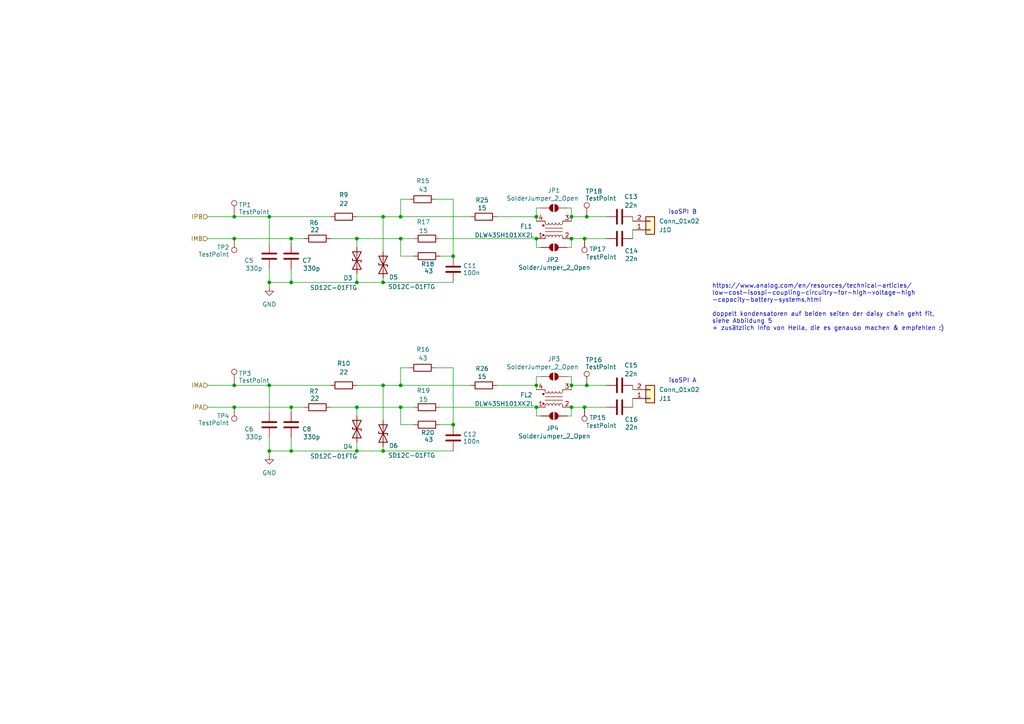
<source format=kicad_sch>
(kicad_sch
	(version 20231120)
	(generator "eeschema")
	(generator_version "8.0")
	(uuid "563e04a4-af46-4b20-8134-44a3c5228305")
	(paper "A4")
	(lib_symbols
		(symbol "Connector:TestPoint"
			(pin_numbers hide)
			(pin_names
				(offset 0.762) hide)
			(exclude_from_sim no)
			(in_bom yes)
			(on_board yes)
			(property "Reference" "TP"
				(at 0 6.858 0)
				(effects
					(font
						(size 1.27 1.27)
					)
				)
			)
			(property "Value" "TestPoint"
				(at 0 5.08 0)
				(effects
					(font
						(size 1.27 1.27)
					)
				)
			)
			(property "Footprint" ""
				(at 5.08 0 0)
				(effects
					(font
						(size 1.27 1.27)
					)
					(hide yes)
				)
			)
			(property "Datasheet" "~"
				(at 5.08 0 0)
				(effects
					(font
						(size 1.27 1.27)
					)
					(hide yes)
				)
			)
			(property "Description" "test point"
				(at 0 0 0)
				(effects
					(font
						(size 1.27 1.27)
					)
					(hide yes)
				)
			)
			(property "ki_keywords" "test point tp"
				(at 0 0 0)
				(effects
					(font
						(size 1.27 1.27)
					)
					(hide yes)
				)
			)
			(property "ki_fp_filters" "Pin* Test*"
				(at 0 0 0)
				(effects
					(font
						(size 1.27 1.27)
					)
					(hide yes)
				)
			)
			(symbol "TestPoint_0_1"
				(circle
					(center 0 3.302)
					(radius 0.762)
					(stroke
						(width 0)
						(type default)
					)
					(fill
						(type none)
					)
				)
			)
			(symbol "TestPoint_1_1"
				(pin passive line
					(at 0 0 90)
					(length 2.54)
					(name "1"
						(effects
							(font
								(size 1.27 1.27)
							)
						)
					)
					(number "1"
						(effects
							(font
								(size 1.27 1.27)
							)
						)
					)
				)
			)
		)
		(symbol "Connector_Generic:Conn_01x02"
			(pin_names
				(offset 1.016) hide)
			(exclude_from_sim no)
			(in_bom yes)
			(on_board yes)
			(property "Reference" "J"
				(at 0 2.54 0)
				(effects
					(font
						(size 1.27 1.27)
					)
				)
			)
			(property "Value" "Conn_01x02"
				(at 0 -5.08 0)
				(effects
					(font
						(size 1.27 1.27)
					)
				)
			)
			(property "Footprint" ""
				(at 0 0 0)
				(effects
					(font
						(size 1.27 1.27)
					)
					(hide yes)
				)
			)
			(property "Datasheet" "~"
				(at 0 0 0)
				(effects
					(font
						(size 1.27 1.27)
					)
					(hide yes)
				)
			)
			(property "Description" "Generic connector, single row, 01x02, script generated (kicad-library-utils/schlib/autogen/connector/)"
				(at 0 0 0)
				(effects
					(font
						(size 1.27 1.27)
					)
					(hide yes)
				)
			)
			(property "ki_keywords" "connector"
				(at 0 0 0)
				(effects
					(font
						(size 1.27 1.27)
					)
					(hide yes)
				)
			)
			(property "ki_fp_filters" "Connector*:*_1x??_*"
				(at 0 0 0)
				(effects
					(font
						(size 1.27 1.27)
					)
					(hide yes)
				)
			)
			(symbol "Conn_01x02_1_1"
				(rectangle
					(start -1.27 -2.413)
					(end 0 -2.667)
					(stroke
						(width 0.1524)
						(type default)
					)
					(fill
						(type none)
					)
				)
				(rectangle
					(start -1.27 0.127)
					(end 0 -0.127)
					(stroke
						(width 0.1524)
						(type default)
					)
					(fill
						(type none)
					)
				)
				(rectangle
					(start -1.27 1.27)
					(end 1.27 -3.81)
					(stroke
						(width 0.254)
						(type default)
					)
					(fill
						(type background)
					)
				)
				(pin passive line
					(at -5.08 0 0)
					(length 3.81)
					(name "Pin_1"
						(effects
							(font
								(size 1.27 1.27)
							)
						)
					)
					(number "1"
						(effects
							(font
								(size 1.27 1.27)
							)
						)
					)
				)
				(pin passive line
					(at -5.08 -2.54 0)
					(length 3.81)
					(name "Pin_2"
						(effects
							(font
								(size 1.27 1.27)
							)
						)
					)
					(number "2"
						(effects
							(font
								(size 1.27 1.27)
							)
						)
					)
				)
			)
		)
		(symbol "Device:C"
			(pin_numbers hide)
			(pin_names
				(offset 0.254)
			)
			(exclude_from_sim no)
			(in_bom yes)
			(on_board yes)
			(property "Reference" "C"
				(at 0.635 2.54 0)
				(effects
					(font
						(size 1.27 1.27)
					)
					(justify left)
				)
			)
			(property "Value" "C"
				(at 0.635 -2.54 0)
				(effects
					(font
						(size 1.27 1.27)
					)
					(justify left)
				)
			)
			(property "Footprint" ""
				(at 0.9652 -3.81 0)
				(effects
					(font
						(size 1.27 1.27)
					)
					(hide yes)
				)
			)
			(property "Datasheet" "~"
				(at 0 0 0)
				(effects
					(font
						(size 1.27 1.27)
					)
					(hide yes)
				)
			)
			(property "Description" "Unpolarized capacitor"
				(at 0 0 0)
				(effects
					(font
						(size 1.27 1.27)
					)
					(hide yes)
				)
			)
			(property "ki_keywords" "cap capacitor"
				(at 0 0 0)
				(effects
					(font
						(size 1.27 1.27)
					)
					(hide yes)
				)
			)
			(property "ki_fp_filters" "C_*"
				(at 0 0 0)
				(effects
					(font
						(size 1.27 1.27)
					)
					(hide yes)
				)
			)
			(symbol "C_0_1"
				(polyline
					(pts
						(xy -2.032 -0.762) (xy 2.032 -0.762)
					)
					(stroke
						(width 0.508)
						(type default)
					)
					(fill
						(type none)
					)
				)
				(polyline
					(pts
						(xy -2.032 0.762) (xy 2.032 0.762)
					)
					(stroke
						(width 0.508)
						(type default)
					)
					(fill
						(type none)
					)
				)
			)
			(symbol "C_1_1"
				(pin passive line
					(at 0 3.81 270)
					(length 2.794)
					(name "~"
						(effects
							(font
								(size 1.27 1.27)
							)
						)
					)
					(number "1"
						(effects
							(font
								(size 1.27 1.27)
							)
						)
					)
				)
				(pin passive line
					(at 0 -3.81 90)
					(length 2.794)
					(name "~"
						(effects
							(font
								(size 1.27 1.27)
							)
						)
					)
					(number "2"
						(effects
							(font
								(size 1.27 1.27)
							)
						)
					)
				)
			)
		)
		(symbol "Device:D_TVS"
			(pin_numbers hide)
			(pin_names
				(offset 1.016) hide)
			(exclude_from_sim no)
			(in_bom yes)
			(on_board yes)
			(property "Reference" "D"
				(at 0 2.54 0)
				(effects
					(font
						(size 1.27 1.27)
					)
				)
			)
			(property "Value" "D_TVS"
				(at 0 -2.54 0)
				(effects
					(font
						(size 1.27 1.27)
					)
				)
			)
			(property "Footprint" ""
				(at 0 0 0)
				(effects
					(font
						(size 1.27 1.27)
					)
					(hide yes)
				)
			)
			(property "Datasheet" "~"
				(at 0 0 0)
				(effects
					(font
						(size 1.27 1.27)
					)
					(hide yes)
				)
			)
			(property "Description" "Bidirectional transient-voltage-suppression diode"
				(at 0 0 0)
				(effects
					(font
						(size 1.27 1.27)
					)
					(hide yes)
				)
			)
			(property "ki_keywords" "diode TVS thyrector"
				(at 0 0 0)
				(effects
					(font
						(size 1.27 1.27)
					)
					(hide yes)
				)
			)
			(property "ki_fp_filters" "TO-???* *_Diode_* *SingleDiode* D_*"
				(at 0 0 0)
				(effects
					(font
						(size 1.27 1.27)
					)
					(hide yes)
				)
			)
			(symbol "D_TVS_0_1"
				(polyline
					(pts
						(xy 1.27 0) (xy -1.27 0)
					)
					(stroke
						(width 0)
						(type default)
					)
					(fill
						(type none)
					)
				)
				(polyline
					(pts
						(xy 0.508 1.27) (xy 0 1.27) (xy 0 -1.27) (xy -0.508 -1.27)
					)
					(stroke
						(width 0.254)
						(type default)
					)
					(fill
						(type none)
					)
				)
				(polyline
					(pts
						(xy -2.54 1.27) (xy -2.54 -1.27) (xy 2.54 1.27) (xy 2.54 -1.27) (xy -2.54 1.27)
					)
					(stroke
						(width 0.254)
						(type default)
					)
					(fill
						(type none)
					)
				)
			)
			(symbol "D_TVS_1_1"
				(pin passive line
					(at -3.81 0 0)
					(length 2.54)
					(name "A1"
						(effects
							(font
								(size 1.27 1.27)
							)
						)
					)
					(number "1"
						(effects
							(font
								(size 1.27 1.27)
							)
						)
					)
				)
				(pin passive line
					(at 3.81 0 180)
					(length 2.54)
					(name "A2"
						(effects
							(font
								(size 1.27 1.27)
							)
						)
					)
					(number "2"
						(effects
							(font
								(size 1.27 1.27)
							)
						)
					)
				)
			)
		)
		(symbol "Device:R"
			(pin_numbers hide)
			(pin_names
				(offset 0)
			)
			(exclude_from_sim no)
			(in_bom yes)
			(on_board yes)
			(property "Reference" "R"
				(at 2.032 0 90)
				(effects
					(font
						(size 1.27 1.27)
					)
				)
			)
			(property "Value" "R"
				(at 0 0 90)
				(effects
					(font
						(size 1.27 1.27)
					)
				)
			)
			(property "Footprint" ""
				(at -1.778 0 90)
				(effects
					(font
						(size 1.27 1.27)
					)
					(hide yes)
				)
			)
			(property "Datasheet" "~"
				(at 0 0 0)
				(effects
					(font
						(size 1.27 1.27)
					)
					(hide yes)
				)
			)
			(property "Description" "Resistor"
				(at 0 0 0)
				(effects
					(font
						(size 1.27 1.27)
					)
					(hide yes)
				)
			)
			(property "ki_keywords" "R res resistor"
				(at 0 0 0)
				(effects
					(font
						(size 1.27 1.27)
					)
					(hide yes)
				)
			)
			(property "ki_fp_filters" "R_*"
				(at 0 0 0)
				(effects
					(font
						(size 1.27 1.27)
					)
					(hide yes)
				)
			)
			(symbol "R_0_1"
				(rectangle
					(start -1.016 -2.54)
					(end 1.016 2.54)
					(stroke
						(width 0.254)
						(type default)
					)
					(fill
						(type none)
					)
				)
			)
			(symbol "R_1_1"
				(pin passive line
					(at 0 3.81 270)
					(length 1.27)
					(name "~"
						(effects
							(font
								(size 1.27 1.27)
							)
						)
					)
					(number "1"
						(effects
							(font
								(size 1.27 1.27)
							)
						)
					)
				)
				(pin passive line
					(at 0 -3.81 90)
					(length 1.27)
					(name "~"
						(effects
							(font
								(size 1.27 1.27)
							)
						)
					)
					(number "2"
						(effects
							(font
								(size 1.27 1.27)
							)
						)
					)
				)
			)
		)
		(symbol "Filter:Choke_Coilcraft_0603USB-222"
			(pin_names
				(offset 0.254) hide)
			(exclude_from_sim no)
			(in_bom yes)
			(on_board yes)
			(property "Reference" "FL"
				(at 0 4.445 0)
				(effects
					(font
						(size 1.27 1.27)
					)
				)
			)
			(property "Value" "Choke_Coilcraft_0603USB-222"
				(at 0 -4.445 0)
				(effects
					(font
						(size 1.27 1.27)
					)
				)
			)
			(property "Footprint" "Inductor_SMD:L_CommonModeChoke_Coilcraft_0603USB"
				(at 0 -6.35 0)
				(effects
					(font
						(size 1.27 1.27)
					)
					(hide yes)
				)
			)
			(property "Datasheet" "https://www.coilcraft.com/pdfs/0603usb.pdf"
				(at 0 -8.255 0)
				(effects
					(font
						(size 1.27 1.27)
					)
					(hide yes)
				)
			)
			(property "Description" "Common mode choke, 500mA, 250VAC, 150nH, 209mohm, 0.96Ghz, "
				(at 0 0 0)
				(effects
					(font
						(size 1.27 1.27)
					)
					(hide yes)
				)
			)
			(property "ki_keywords" "common-mode common mode choke signal line filter"
				(at 0 0 0)
				(effects
					(font
						(size 1.27 1.27)
					)
					(hide yes)
				)
			)
			(property "ki_fp_filters" "L*CommonModeChoke*Coilcraft*0603USB*"
				(at 0 0 0)
				(effects
					(font
						(size 1.27 1.27)
					)
					(hide yes)
				)
			)
			(symbol "Choke_Coilcraft_0603USB-222_0_1"
				(circle
					(center -3.048 -1.27)
					(radius 0.254)
					(stroke
						(width 0)
						(type default)
					)
					(fill
						(type outline)
					)
				)
				(circle
					(center -3.048 1.524)
					(radius 0.254)
					(stroke
						(width 0)
						(type default)
					)
					(fill
						(type outline)
					)
				)
				(arc
					(start -2.54 2.032)
					(mid -2.032 1.5262)
					(end -1.524 2.032)
					(stroke
						(width 0)
						(type default)
					)
					(fill
						(type none)
					)
				)
				(arc
					(start -1.524 -2.032)
					(mid -2.032 -1.5262)
					(end -2.54 -2.032)
					(stroke
						(width 0)
						(type default)
					)
					(fill
						(type none)
					)
				)
				(arc
					(start -1.524 2.032)
					(mid -1.016 1.5262)
					(end -0.508 2.032)
					(stroke
						(width 0)
						(type default)
					)
					(fill
						(type none)
					)
				)
				(arc
					(start -0.508 -2.032)
					(mid -1.016 -1.5262)
					(end -1.524 -2.032)
					(stroke
						(width 0)
						(type default)
					)
					(fill
						(type none)
					)
				)
				(arc
					(start -0.508 2.032)
					(mid 0 1.5262)
					(end 0.508 2.032)
					(stroke
						(width 0)
						(type default)
					)
					(fill
						(type none)
					)
				)
				(polyline
					(pts
						(xy -2.54 -2.032) (xy -2.54 -2.54)
					)
					(stroke
						(width 0)
						(type default)
					)
					(fill
						(type none)
					)
				)
				(polyline
					(pts
						(xy -2.54 0.508) (xy 2.54 0.508)
					)
					(stroke
						(width 0)
						(type default)
					)
					(fill
						(type none)
					)
				)
				(polyline
					(pts
						(xy -2.54 2.032) (xy -2.54 2.54)
					)
					(stroke
						(width 0)
						(type default)
					)
					(fill
						(type none)
					)
				)
				(polyline
					(pts
						(xy 2.54 -2.032) (xy 2.54 -2.54)
					)
					(stroke
						(width 0)
						(type default)
					)
					(fill
						(type none)
					)
				)
				(polyline
					(pts
						(xy 2.54 -0.508) (xy -2.54 -0.508)
					)
					(stroke
						(width 0)
						(type default)
					)
					(fill
						(type none)
					)
				)
				(polyline
					(pts
						(xy 2.54 2.54) (xy 2.54 2.032)
					)
					(stroke
						(width 0)
						(type default)
					)
					(fill
						(type none)
					)
				)
				(arc
					(start 0.508 -2.032)
					(mid 0 -1.5262)
					(end -0.508 -2.032)
					(stroke
						(width 0)
						(type default)
					)
					(fill
						(type none)
					)
				)
				(arc
					(start 0.508 2.032)
					(mid 1.016 1.5262)
					(end 1.524 2.032)
					(stroke
						(width 0)
						(type default)
					)
					(fill
						(type none)
					)
				)
				(arc
					(start 1.524 -2.032)
					(mid 1.016 -1.5262)
					(end 0.508 -2.032)
					(stroke
						(width 0)
						(type default)
					)
					(fill
						(type none)
					)
				)
				(arc
					(start 1.524 2.032)
					(mid 2.032 1.5262)
					(end 2.54 2.032)
					(stroke
						(width 0)
						(type default)
					)
					(fill
						(type none)
					)
				)
				(arc
					(start 2.54 -2.032)
					(mid 2.032 -1.5262)
					(end 1.524 -2.032)
					(stroke
						(width 0)
						(type default)
					)
					(fill
						(type none)
					)
				)
			)
			(symbol "Choke_Coilcraft_0603USB-222_1_1"
				(pin passive line
					(at -5.08 2.54 0)
					(length 2.54)
					(name "1"
						(effects
							(font
								(size 1.27 1.27)
							)
						)
					)
					(number "1"
						(effects
							(font
								(size 1.27 1.27)
							)
						)
					)
				)
				(pin passive line
					(at 5.08 2.54 180)
					(length 2.54)
					(name "2"
						(effects
							(font
								(size 1.27 1.27)
							)
						)
					)
					(number "2"
						(effects
							(font
								(size 1.27 1.27)
							)
						)
					)
				)
				(pin passive line
					(at 5.08 -2.54 180)
					(length 2.54)
					(name "3"
						(effects
							(font
								(size 1.27 1.27)
							)
						)
					)
					(number "3"
						(effects
							(font
								(size 1.27 1.27)
							)
						)
					)
				)
				(pin passive line
					(at -5.08 -2.54 0)
					(length 2.54)
					(name "4"
						(effects
							(font
								(size 1.27 1.27)
							)
						)
					)
					(number "4"
						(effects
							(font
								(size 1.27 1.27)
							)
						)
					)
				)
			)
		)
		(symbol "Jumper:SolderJumper_2_Open"
			(pin_numbers hide)
			(pin_names
				(offset 0) hide)
			(exclude_from_sim yes)
			(in_bom no)
			(on_board yes)
			(property "Reference" "JP"
				(at 0 2.032 0)
				(effects
					(font
						(size 1.27 1.27)
					)
				)
			)
			(property "Value" "SolderJumper_2_Open"
				(at 0 -2.54 0)
				(effects
					(font
						(size 1.27 1.27)
					)
				)
			)
			(property "Footprint" ""
				(at 0 0 0)
				(effects
					(font
						(size 1.27 1.27)
					)
					(hide yes)
				)
			)
			(property "Datasheet" "~"
				(at 0 0 0)
				(effects
					(font
						(size 1.27 1.27)
					)
					(hide yes)
				)
			)
			(property "Description" "Solder Jumper, 2-pole, open"
				(at 0 0 0)
				(effects
					(font
						(size 1.27 1.27)
					)
					(hide yes)
				)
			)
			(property "ki_keywords" "solder jumper SPST"
				(at 0 0 0)
				(effects
					(font
						(size 1.27 1.27)
					)
					(hide yes)
				)
			)
			(property "ki_fp_filters" "SolderJumper*Open*"
				(at 0 0 0)
				(effects
					(font
						(size 1.27 1.27)
					)
					(hide yes)
				)
			)
			(symbol "SolderJumper_2_Open_0_1"
				(arc
					(start -0.254 1.016)
					(mid -1.2656 0)
					(end -0.254 -1.016)
					(stroke
						(width 0)
						(type default)
					)
					(fill
						(type none)
					)
				)
				(arc
					(start -0.254 1.016)
					(mid -1.2656 0)
					(end -0.254 -1.016)
					(stroke
						(width 0)
						(type default)
					)
					(fill
						(type outline)
					)
				)
				(polyline
					(pts
						(xy -0.254 1.016) (xy -0.254 -1.016)
					)
					(stroke
						(width 0)
						(type default)
					)
					(fill
						(type none)
					)
				)
				(polyline
					(pts
						(xy 0.254 1.016) (xy 0.254 -1.016)
					)
					(stroke
						(width 0)
						(type default)
					)
					(fill
						(type none)
					)
				)
				(arc
					(start 0.254 -1.016)
					(mid 1.2656 0)
					(end 0.254 1.016)
					(stroke
						(width 0)
						(type default)
					)
					(fill
						(type none)
					)
				)
				(arc
					(start 0.254 -1.016)
					(mid 1.2656 0)
					(end 0.254 1.016)
					(stroke
						(width 0)
						(type default)
					)
					(fill
						(type outline)
					)
				)
			)
			(symbol "SolderJumper_2_Open_1_1"
				(pin passive line
					(at -3.81 0 0)
					(length 2.54)
					(name "A"
						(effects
							(font
								(size 1.27 1.27)
							)
						)
					)
					(number "1"
						(effects
							(font
								(size 1.27 1.27)
							)
						)
					)
				)
				(pin passive line
					(at 3.81 0 180)
					(length 2.54)
					(name "B"
						(effects
							(font
								(size 1.27 1.27)
							)
						)
					)
					(number "2"
						(effects
							(font
								(size 1.27 1.27)
							)
						)
					)
				)
			)
		)
		(symbol "power:GND"
			(power)
			(pin_numbers hide)
			(pin_names
				(offset 0) hide)
			(exclude_from_sim no)
			(in_bom yes)
			(on_board yes)
			(property "Reference" "#PWR"
				(at 0 -6.35 0)
				(effects
					(font
						(size 1.27 1.27)
					)
					(hide yes)
				)
			)
			(property "Value" "GND"
				(at 0 -3.81 0)
				(effects
					(font
						(size 1.27 1.27)
					)
				)
			)
			(property "Footprint" ""
				(at 0 0 0)
				(effects
					(font
						(size 1.27 1.27)
					)
					(hide yes)
				)
			)
			(property "Datasheet" ""
				(at 0 0 0)
				(effects
					(font
						(size 1.27 1.27)
					)
					(hide yes)
				)
			)
			(property "Description" "Power symbol creates a global label with name \"GND\" , ground"
				(at 0 0 0)
				(effects
					(font
						(size 1.27 1.27)
					)
					(hide yes)
				)
			)
			(property "ki_keywords" "global power"
				(at 0 0 0)
				(effects
					(font
						(size 1.27 1.27)
					)
					(hide yes)
				)
			)
			(symbol "GND_0_1"
				(polyline
					(pts
						(xy 0 0) (xy 0 -1.27) (xy 1.27 -1.27) (xy 0 -2.54) (xy -1.27 -1.27) (xy 0 -1.27)
					)
					(stroke
						(width 0)
						(type default)
					)
					(fill
						(type none)
					)
				)
			)
			(symbol "GND_1_1"
				(pin power_in line
					(at 0 0 270)
					(length 0)
					(name "~"
						(effects
							(font
								(size 1.27 1.27)
							)
						)
					)
					(number "1"
						(effects
							(font
								(size 1.27 1.27)
							)
						)
					)
				)
			)
		)
	)
	(junction
		(at 67.945 69.215)
		(diameter 0)
		(color 0 0 0 0)
		(uuid "0b32a64e-d260-4582-a33b-588274a36717")
	)
	(junction
		(at 169.545 118.11)
		(diameter 0)
		(color 0 0 0 0)
		(uuid "0dac6db3-7e39-428a-9253-fd0804b8bb38")
	)
	(junction
		(at 170.18 62.865)
		(diameter 0)
		(color 0 0 0 0)
		(uuid "1243213c-00c6-4dc2-ba86-1836c7e95391")
	)
	(junction
		(at 78.105 81.915)
		(diameter 0)
		(color 0 0 0 0)
		(uuid "137b6545-3a15-440a-9cce-ef0a3970c140")
	)
	(junction
		(at 84.455 69.215)
		(diameter 0)
		(color 0 0 0 0)
		(uuid "18e323ac-0080-4542-b2e1-3dad81cdeffb")
	)
	(junction
		(at 78.105 62.865)
		(diameter 0)
		(color 0 0 0 0)
		(uuid "19d51d26-dd09-4976-b2d4-a99332a54fb6")
	)
	(junction
		(at 170.18 111.76)
		(diameter 0)
		(color 0 0 0 0)
		(uuid "1d8be72e-a435-41e5-8df5-950275c03cbb")
	)
	(junction
		(at 103.505 69.215)
		(diameter 0)
		(color 0 0 0 0)
		(uuid "1da6e068-3fe0-487c-ac86-7e1dbe97eb24")
	)
	(junction
		(at 155.575 111.76)
		(diameter 0)
		(color 0 0 0 0)
		(uuid "23f2e68d-6ee6-415e-99a7-29c5726bd56c")
	)
	(junction
		(at 103.505 81.915)
		(diameter 0)
		(color 0 0 0 0)
		(uuid "301d03dd-f03e-455c-a14e-d1e40d95c0e9")
	)
	(junction
		(at 116.205 69.215)
		(diameter 0)
		(color 0 0 0 0)
		(uuid "32ad93a8-5b77-4b8d-ae71-b7a0f3192be4")
	)
	(junction
		(at 78.105 130.81)
		(diameter 0)
		(color 0 0 0 0)
		(uuid "357e53b1-5a25-4dd7-bf3e-ffece569f081")
	)
	(junction
		(at 165.735 62.865)
		(diameter 0)
		(color 0 0 0 0)
		(uuid "36940fcd-6037-4178-b0a6-fa59bdf7be6c")
	)
	(junction
		(at 155.575 69.215)
		(diameter 0)
		(color 0 0 0 0)
		(uuid "3c5e98c8-9b64-4b9d-bc79-3949b57e41e9")
	)
	(junction
		(at 67.945 111.76)
		(diameter 0)
		(color 0 0 0 0)
		(uuid "46013c92-32bc-41b0-8085-a66d6a65603f")
	)
	(junction
		(at 116.205 111.76)
		(diameter 0)
		(color 0 0 0 0)
		(uuid "474ef93d-3e2a-4dfb-9c90-24b0ad70d4c9")
	)
	(junction
		(at 84.455 118.11)
		(diameter 0)
		(color 0 0 0 0)
		(uuid "477b9a57-64ec-430b-b0b4-8944e9cd2a33")
	)
	(junction
		(at 165.735 69.215)
		(diameter 0)
		(color 0 0 0 0)
		(uuid "5525548f-3e99-412e-8cc4-91020d331c49")
	)
	(junction
		(at 165.735 111.76)
		(diameter 0)
		(color 0 0 0 0)
		(uuid "6abfde2f-5550-4629-822e-50b9b4beb2cf")
	)
	(junction
		(at 131.445 74.295)
		(diameter 0)
		(color 0 0 0 0)
		(uuid "76e04d0c-9439-421f-beda-225dcce4a124")
	)
	(junction
		(at 111.125 130.81)
		(diameter 0)
		(color 0 0 0 0)
		(uuid "7c51e627-3e30-485a-94e8-987d6faae6ca")
	)
	(junction
		(at 155.575 118.11)
		(diameter 0)
		(color 0 0 0 0)
		(uuid "83500eb8-6d63-4b6d-81d3-d6731233d6a8")
	)
	(junction
		(at 84.455 130.81)
		(diameter 0)
		(color 0 0 0 0)
		(uuid "8643c7b7-e025-406f-a71c-02adb446b8d0")
	)
	(junction
		(at 116.205 118.11)
		(diameter 0)
		(color 0 0 0 0)
		(uuid "a28912fa-9719-4579-9741-2d5214e284b2")
	)
	(junction
		(at 165.735 118.11)
		(diameter 0)
		(color 0 0 0 0)
		(uuid "a6fc68f3-41a8-476b-9b12-2c1741f18937")
	)
	(junction
		(at 169.545 69.215)
		(diameter 0)
		(color 0 0 0 0)
		(uuid "accbe079-a34e-42ed-a8bc-4076bfd216e9")
	)
	(junction
		(at 131.445 123.19)
		(diameter 0)
		(color 0 0 0 0)
		(uuid "b63aa0c9-9228-406f-91c2-6d55004ba740")
	)
	(junction
		(at 111.125 62.865)
		(diameter 0)
		(color 0 0 0 0)
		(uuid "ba42745a-89be-4635-b37f-2ad68e9a97d8")
	)
	(junction
		(at 67.945 118.11)
		(diameter 0)
		(color 0 0 0 0)
		(uuid "bcb862db-e4e3-4015-98ba-4ab4917c42ff")
	)
	(junction
		(at 78.105 111.76)
		(diameter 0)
		(color 0 0 0 0)
		(uuid "bf4642fe-6c30-40c4-9d7a-e4c628402156")
	)
	(junction
		(at 111.125 81.915)
		(diameter 0)
		(color 0 0 0 0)
		(uuid "cdd44f99-514a-4454-bbcf-de56e5285cfb")
	)
	(junction
		(at 67.945 62.865)
		(diameter 0)
		(color 0 0 0 0)
		(uuid "cea773c4-e2b0-4cd7-b37d-53afedebda2e")
	)
	(junction
		(at 116.205 62.865)
		(diameter 0)
		(color 0 0 0 0)
		(uuid "d330429b-7527-49c7-a693-4a81d61c8c6c")
	)
	(junction
		(at 155.575 62.865)
		(diameter 0)
		(color 0 0 0 0)
		(uuid "d4fb3fbf-9138-4185-a29c-778fa0ba9dae")
	)
	(junction
		(at 103.505 130.81)
		(diameter 0)
		(color 0 0 0 0)
		(uuid "da28a33c-10f5-4591-8eba-7249f0835d0a")
	)
	(junction
		(at 103.505 118.11)
		(diameter 0)
		(color 0 0 0 0)
		(uuid "de657e3e-424f-487b-ade9-3ec131948c5d")
	)
	(junction
		(at 84.455 81.915)
		(diameter 0)
		(color 0 0 0 0)
		(uuid "deb9f446-cfe5-4371-8824-e7909089a14b")
	)
	(junction
		(at 111.125 111.76)
		(diameter 0)
		(color 0 0 0 0)
		(uuid "ed2954cd-7fda-498a-b1b2-c48040a30c1e")
	)
	(wire
		(pts
			(xy 78.105 132.08) (xy 78.105 130.81)
		)
		(stroke
			(width 0)
			(type default)
		)
		(uuid "0062494f-93f2-470b-a481-43a5cb70d734")
	)
	(wire
		(pts
			(xy 116.205 123.19) (xy 120.015 123.19)
		)
		(stroke
			(width 0)
			(type default)
		)
		(uuid "010aa42a-7467-4538-b8c7-59e836ed46ca")
	)
	(wire
		(pts
			(xy 183.515 118.11) (xy 183.515 115.57)
		)
		(stroke
			(width 0)
			(type default)
		)
		(uuid "019d500c-3491-4e2a-bff6-d379878681b7")
	)
	(wire
		(pts
			(xy 155.575 60.325) (xy 156.845 60.325)
		)
		(stroke
			(width 0)
			(type default)
		)
		(uuid "05596354-8e4e-44c0-b7b2-3900dd3f16c5")
	)
	(wire
		(pts
			(xy 164.465 60.325) (xy 165.735 60.325)
		)
		(stroke
			(width 0)
			(type default)
		)
		(uuid "09068715-d2f2-4d02-abd4-2d530e5afbbc")
	)
	(wire
		(pts
			(xy 84.455 118.11) (xy 88.265 118.11)
		)
		(stroke
			(width 0)
			(type default)
		)
		(uuid "0b4e4329-2743-48f4-b1ee-b9da09b98856")
	)
	(wire
		(pts
			(xy 156.845 69.215) (xy 155.575 69.215)
		)
		(stroke
			(width 0)
			(type default)
		)
		(uuid "0c673332-4977-4748-9e9e-448c9d4abda9")
	)
	(wire
		(pts
			(xy 84.455 78.105) (xy 84.455 81.915)
		)
		(stroke
			(width 0)
			(type default)
		)
		(uuid "0f45f29f-4605-4cc7-8bfb-6f66e5fd392d")
	)
	(wire
		(pts
			(xy 165.735 118.11) (xy 165.735 120.65)
		)
		(stroke
			(width 0)
			(type default)
		)
		(uuid "0fa04cb0-e356-44ce-8eab-e44e5c11ad6d")
	)
	(wire
		(pts
			(xy 84.455 69.215) (xy 88.265 69.215)
		)
		(stroke
			(width 0)
			(type default)
		)
		(uuid "10157e9e-82af-4719-95ea-9f358265a1f5")
	)
	(wire
		(pts
			(xy 170.18 62.865) (xy 175.895 62.865)
		)
		(stroke
			(width 0)
			(type default)
		)
		(uuid "131c92a5-8521-4067-9f6a-8d35d35a8cf8")
	)
	(wire
		(pts
			(xy 111.125 111.76) (xy 111.125 121.92)
		)
		(stroke
			(width 0)
			(type default)
		)
		(uuid "13a08a9f-067b-471e-9fc0-0e8f2a88e714")
	)
	(wire
		(pts
			(xy 169.545 118.11) (xy 175.895 118.11)
		)
		(stroke
			(width 0)
			(type default)
		)
		(uuid "1500473c-91f4-4f46-a621-212389d44503")
	)
	(wire
		(pts
			(xy 67.945 69.215) (xy 84.455 69.215)
		)
		(stroke
			(width 0)
			(type default)
		)
		(uuid "170846bf-d997-4eac-93f4-61d5b0f94335")
	)
	(wire
		(pts
			(xy 111.125 62.865) (xy 111.125 73.025)
		)
		(stroke
			(width 0)
			(type default)
		)
		(uuid "19827aa6-6adc-4e52-a7c1-3cfc22103dcb")
	)
	(wire
		(pts
			(xy 155.575 71.755) (xy 156.845 71.755)
		)
		(stroke
			(width 0)
			(type default)
		)
		(uuid "1a5c542e-b749-4130-a03f-c3490db565cb")
	)
	(wire
		(pts
			(xy 165.735 69.215) (xy 169.545 69.215)
		)
		(stroke
			(width 0)
			(type default)
		)
		(uuid "1de060c8-28c6-4195-a62b-a6b62fe808e7")
	)
	(wire
		(pts
			(xy 95.885 69.215) (xy 103.505 69.215)
		)
		(stroke
			(width 0)
			(type default)
		)
		(uuid "1f352e82-0d62-412c-81c8-0b2598a53c2e")
	)
	(wire
		(pts
			(xy 165.735 62.865) (xy 170.18 62.865)
		)
		(stroke
			(width 0)
			(type default)
		)
		(uuid "2ba9f400-c621-42a9-829d-e0e931cea020")
	)
	(wire
		(pts
			(xy 67.945 62.865) (xy 78.105 62.865)
		)
		(stroke
			(width 0)
			(type default)
		)
		(uuid "2ea8a40e-f491-4f26-8bbc-a7e576a90b08")
	)
	(wire
		(pts
			(xy 155.575 109.22) (xy 155.575 111.76)
		)
		(stroke
			(width 0)
			(type default)
		)
		(uuid "2f308353-168d-4934-b4a2-2effd788c272")
	)
	(wire
		(pts
			(xy 144.145 111.76) (xy 155.575 111.76)
		)
		(stroke
			(width 0)
			(type default)
		)
		(uuid "30c76056-c332-4ebc-935a-f2e5c186f1f0")
	)
	(wire
		(pts
			(xy 111.125 111.76) (xy 116.205 111.76)
		)
		(stroke
			(width 0)
			(type default)
		)
		(uuid "31a746be-366f-4f98-a8fc-6190e0e0b9ce")
	)
	(wire
		(pts
			(xy 127.635 118.11) (xy 155.575 118.11)
		)
		(stroke
			(width 0)
			(type default)
		)
		(uuid "33cbd933-6971-4fdb-b483-f984c22e4c85")
	)
	(wire
		(pts
			(xy 131.445 74.295) (xy 127.635 74.295)
		)
		(stroke
			(width 0)
			(type default)
		)
		(uuid "33d47171-60d7-471b-9247-04600843e4d5")
	)
	(wire
		(pts
			(xy 131.445 57.785) (xy 131.445 74.295)
		)
		(stroke
			(width 0)
			(type default)
		)
		(uuid "346dd301-e6e6-402d-82c8-9c956b74fea0")
	)
	(wire
		(pts
			(xy 170.18 111.76) (xy 175.895 111.76)
		)
		(stroke
			(width 0)
			(type default)
		)
		(uuid "39acd77e-34a9-436a-82f6-244ee082c503")
	)
	(wire
		(pts
			(xy 84.455 127) (xy 84.455 130.81)
		)
		(stroke
			(width 0)
			(type default)
		)
		(uuid "39b4962a-7050-47f6-9d54-6587beac255f")
	)
	(wire
		(pts
			(xy 84.455 70.485) (xy 84.455 69.215)
		)
		(stroke
			(width 0)
			(type default)
		)
		(uuid "39e93275-9157-4413-a847-cc9bf0f7c213")
	)
	(wire
		(pts
			(xy 103.505 130.81) (xy 111.125 130.81)
		)
		(stroke
			(width 0)
			(type default)
		)
		(uuid "3bc5d91b-2f2e-4992-94f8-c88895bba9a2")
	)
	(wire
		(pts
			(xy 165.735 64.135) (xy 165.735 62.865)
		)
		(stroke
			(width 0)
			(type default)
		)
		(uuid "3be70194-adb9-47f1-b06a-1f3356234d95")
	)
	(wire
		(pts
			(xy 111.125 81.915) (xy 131.445 81.915)
		)
		(stroke
			(width 0)
			(type default)
		)
		(uuid "3ec034a9-7a18-4fd8-aaa8-efefd0a2f646")
	)
	(wire
		(pts
			(xy 78.105 119.38) (xy 78.105 111.76)
		)
		(stroke
			(width 0)
			(type default)
		)
		(uuid "3f928c36-5b46-4a5e-bc45-15044e41907a")
	)
	(wire
		(pts
			(xy 156.845 118.11) (xy 155.575 118.11)
		)
		(stroke
			(width 0)
			(type default)
		)
		(uuid "42a8929d-2f5c-439f-86a2-57202974dedc")
	)
	(wire
		(pts
			(xy 144.145 62.865) (xy 155.575 62.865)
		)
		(stroke
			(width 0)
			(type default)
		)
		(uuid "43690736-00ee-4376-8604-31fc417f2a1d")
	)
	(wire
		(pts
			(xy 111.125 130.81) (xy 131.445 130.81)
		)
		(stroke
			(width 0)
			(type default)
		)
		(uuid "457facfe-fbdf-4a11-910a-866fadb2492a")
	)
	(wire
		(pts
			(xy 165.735 60.325) (xy 165.735 62.865)
		)
		(stroke
			(width 0)
			(type default)
		)
		(uuid "45b632ef-c2ad-48e2-8016-2de00127f806")
	)
	(wire
		(pts
			(xy 165.735 113.03) (xy 165.735 111.76)
		)
		(stroke
			(width 0)
			(type default)
		)
		(uuid "478aa102-b845-4561-8c58-df9ebfaf7e96")
	)
	(wire
		(pts
			(xy 116.205 118.11) (xy 120.015 118.11)
		)
		(stroke
			(width 0)
			(type default)
		)
		(uuid "486f7cde-2449-4ffe-8e11-55d931850616")
	)
	(wire
		(pts
			(xy 60.325 69.215) (xy 67.945 69.215)
		)
		(stroke
			(width 0)
			(type default)
		)
		(uuid "49c70e74-4f77-42a2-93e4-a61ae2fd548b")
	)
	(wire
		(pts
			(xy 165.735 118.11) (xy 169.545 118.11)
		)
		(stroke
			(width 0)
			(type default)
		)
		(uuid "4c233856-2a0d-422c-ac6a-da519c4b19fa")
	)
	(wire
		(pts
			(xy 84.455 81.915) (xy 103.505 81.915)
		)
		(stroke
			(width 0)
			(type default)
		)
		(uuid "4eb236c6-bda2-4c89-8852-7e717a7c3bda")
	)
	(wire
		(pts
			(xy 155.575 64.135) (xy 155.575 62.865)
		)
		(stroke
			(width 0)
			(type default)
		)
		(uuid "52f2357a-6167-4495-8f7c-e08d90d94141")
	)
	(wire
		(pts
			(xy 60.325 62.865) (xy 67.945 62.865)
		)
		(stroke
			(width 0)
			(type default)
		)
		(uuid "596c7f24-9b6a-435c-836e-5e7c2ef5ef07")
	)
	(wire
		(pts
			(xy 116.205 111.76) (xy 136.525 111.76)
		)
		(stroke
			(width 0)
			(type default)
		)
		(uuid "5a5a0fa6-c5a0-4dc7-ba23-164b18a50b5c")
	)
	(wire
		(pts
			(xy 103.505 81.915) (xy 111.125 81.915)
		)
		(stroke
			(width 0)
			(type default)
		)
		(uuid "5c865c91-ead4-4e55-a8e7-1e9c0050926b")
	)
	(wire
		(pts
			(xy 84.455 130.81) (xy 103.505 130.81)
		)
		(stroke
			(width 0)
			(type default)
		)
		(uuid "5eefe1ab-1759-4243-a6fa-eba2f6528b63")
	)
	(wire
		(pts
			(xy 164.465 109.22) (xy 165.735 109.22)
		)
		(stroke
			(width 0)
			(type default)
		)
		(uuid "60107daa-5fe2-4f95-aa04-10cfdaa2ff06")
	)
	(wire
		(pts
			(xy 126.365 57.785) (xy 131.445 57.785)
		)
		(stroke
			(width 0)
			(type default)
		)
		(uuid "61c24414-f113-4c29-a6c2-88803eeda459")
	)
	(wire
		(pts
			(xy 103.505 128.27) (xy 103.505 130.81)
		)
		(stroke
			(width 0)
			(type default)
		)
		(uuid "6607c926-8efc-42f6-bb40-b690ddcc7847")
	)
	(wire
		(pts
			(xy 155.575 120.65) (xy 156.845 120.65)
		)
		(stroke
			(width 0)
			(type default)
		)
		(uuid "69f0b46b-4a5a-4aab-8154-171d60a1d040")
	)
	(wire
		(pts
			(xy 116.205 111.76) (xy 116.205 106.68)
		)
		(stroke
			(width 0)
			(type default)
		)
		(uuid "69f32de2-d70c-492d-b15a-654727db0802")
	)
	(wire
		(pts
			(xy 103.505 69.215) (xy 103.505 71.755)
		)
		(stroke
			(width 0)
			(type default)
		)
		(uuid "6ee15fc4-a9f4-438f-9164-453d5ed2478b")
	)
	(wire
		(pts
			(xy 60.325 111.76) (xy 67.945 111.76)
		)
		(stroke
			(width 0)
			(type default)
		)
		(uuid "71d3d600-c4b2-445a-81b1-99cdd1f2f49e")
	)
	(wire
		(pts
			(xy 60.325 118.11) (xy 67.945 118.11)
		)
		(stroke
			(width 0)
			(type default)
		)
		(uuid "73ca17d7-a45b-4aca-9ea1-6123bbb561e7")
	)
	(wire
		(pts
			(xy 126.365 106.68) (xy 131.445 106.68)
		)
		(stroke
			(width 0)
			(type default)
		)
		(uuid "74dbfef4-0649-4cbc-92fd-478d5f053dc6")
	)
	(wire
		(pts
			(xy 103.505 69.215) (xy 116.205 69.215)
		)
		(stroke
			(width 0)
			(type default)
		)
		(uuid "7e768ca8-6271-49f2-9510-5f995737fee8")
	)
	(wire
		(pts
			(xy 116.205 69.215) (xy 120.015 69.215)
		)
		(stroke
			(width 0)
			(type default)
		)
		(uuid "80fc2227-00b8-4eaa-95dd-1b8ca684c4e5")
	)
	(wire
		(pts
			(xy 103.505 118.11) (xy 103.505 120.65)
		)
		(stroke
			(width 0)
			(type default)
		)
		(uuid "87669960-16f0-4e18-8ae9-2741682caf50")
	)
	(wire
		(pts
			(xy 78.105 81.915) (xy 84.455 81.915)
		)
		(stroke
			(width 0)
			(type default)
		)
		(uuid "87b32530-cc15-44ed-b349-71e2b895cfe6")
	)
	(wire
		(pts
			(xy 78.105 111.76) (xy 95.885 111.76)
		)
		(stroke
			(width 0)
			(type default)
		)
		(uuid "8a876337-2dc2-4962-9a54-7d9de655fff4")
	)
	(wire
		(pts
			(xy 165.735 69.215) (xy 165.735 71.755)
		)
		(stroke
			(width 0)
			(type default)
		)
		(uuid "9bc448d9-98e7-46b5-afe1-1a1007838dbc")
	)
	(wire
		(pts
			(xy 116.205 62.865) (xy 116.205 57.785)
		)
		(stroke
			(width 0)
			(type default)
		)
		(uuid "9bdcba44-87e0-4197-b216-d84909901bfd")
	)
	(wire
		(pts
			(xy 103.505 118.11) (xy 116.205 118.11)
		)
		(stroke
			(width 0)
			(type default)
		)
		(uuid "9d615d97-0c6a-4155-ba51-0a4f0472da2e")
	)
	(wire
		(pts
			(xy 67.945 118.11) (xy 84.455 118.11)
		)
		(stroke
			(width 0)
			(type default)
		)
		(uuid "9febac0f-dfac-4c0a-a50c-9c8dc09d1065")
	)
	(wire
		(pts
			(xy 165.735 111.76) (xy 170.18 111.76)
		)
		(stroke
			(width 0)
			(type default)
		)
		(uuid "a0a1721b-91c9-44e2-8820-ffab8ae9547d")
	)
	(wire
		(pts
			(xy 169.545 69.215) (xy 175.895 69.215)
		)
		(stroke
			(width 0)
			(type default)
		)
		(uuid "a314e48d-1a0b-49fa-8406-3334eaafdcb6")
	)
	(wire
		(pts
			(xy 95.885 118.11) (xy 103.505 118.11)
		)
		(stroke
			(width 0)
			(type default)
		)
		(uuid "a6a89e43-b1bc-4546-945b-c33f0f2f377b")
	)
	(wire
		(pts
			(xy 116.205 69.215) (xy 116.205 74.295)
		)
		(stroke
			(width 0)
			(type default)
		)
		(uuid "a7312552-1817-4496-b529-907173d4d3b8")
	)
	(wire
		(pts
			(xy 111.125 62.865) (xy 116.205 62.865)
		)
		(stroke
			(width 0)
			(type default)
		)
		(uuid "a7cf7691-2eec-47b4-96f1-056841cb9fcb")
	)
	(wire
		(pts
			(xy 67.945 111.76) (xy 78.105 111.76)
		)
		(stroke
			(width 0)
			(type default)
		)
		(uuid "a96c9640-e145-4e73-814b-fc0652b0f891")
	)
	(wire
		(pts
			(xy 155.575 60.325) (xy 155.575 62.865)
		)
		(stroke
			(width 0)
			(type default)
		)
		(uuid "aeaafce1-ac99-42ce-8283-15df529c1e15")
	)
	(wire
		(pts
			(xy 84.455 119.38) (xy 84.455 118.11)
		)
		(stroke
			(width 0)
			(type default)
		)
		(uuid "b744f9fb-c41c-434d-a6d1-c0d87efdf6ac")
	)
	(wire
		(pts
			(xy 78.105 81.915) (xy 78.105 78.105)
		)
		(stroke
			(width 0)
			(type default)
		)
		(uuid "b9a57d2f-a83e-430d-a664-59b4b126f0cd")
	)
	(wire
		(pts
			(xy 78.105 62.865) (xy 95.885 62.865)
		)
		(stroke
			(width 0)
			(type default)
		)
		(uuid "ba13e619-a63b-47d1-ba08-316eb1e5a1a0")
	)
	(wire
		(pts
			(xy 164.465 120.65) (xy 165.735 120.65)
		)
		(stroke
			(width 0)
			(type default)
		)
		(uuid "ba54fa27-77d3-4d03-a26f-4a8c9d46402b")
	)
	(wire
		(pts
			(xy 78.105 130.81) (xy 78.105 127)
		)
		(stroke
			(width 0)
			(type default)
		)
		(uuid "bd31750a-f9ee-4a93-a96d-67a9d8dae6c7")
	)
	(wire
		(pts
			(xy 116.205 57.785) (xy 118.745 57.785)
		)
		(stroke
			(width 0)
			(type default)
		)
		(uuid "c291ccc1-d068-447e-9913-a26469a429f6")
	)
	(wire
		(pts
			(xy 131.445 123.19) (xy 127.635 123.19)
		)
		(stroke
			(width 0)
			(type default)
		)
		(uuid "c2c3a274-cec4-4e2c-aa2f-9a239010aa8c")
	)
	(wire
		(pts
			(xy 78.105 83.185) (xy 78.105 81.915)
		)
		(stroke
			(width 0)
			(type default)
		)
		(uuid "c2f4c544-16e6-43b8-98a3-84527500ee68")
	)
	(wire
		(pts
			(xy 183.515 111.76) (xy 183.515 113.03)
		)
		(stroke
			(width 0)
			(type default)
		)
		(uuid "c987bb2a-0398-41df-b514-d29d0c250ac9")
	)
	(wire
		(pts
			(xy 103.505 111.76) (xy 111.125 111.76)
		)
		(stroke
			(width 0)
			(type default)
		)
		(uuid "cafb5f50-0216-4753-8941-5a3527081d63")
	)
	(wire
		(pts
			(xy 78.105 70.485) (xy 78.105 62.865)
		)
		(stroke
			(width 0)
			(type default)
		)
		(uuid "cc4eb027-6839-4b2f-8b97-dc890b2fc7c7")
	)
	(wire
		(pts
			(xy 111.125 129.54) (xy 111.125 130.81)
		)
		(stroke
			(width 0)
			(type default)
		)
		(uuid "cf89ead6-8441-44ed-8ef1-08e43f8b28c0")
	)
	(wire
		(pts
			(xy 127.635 69.215) (xy 155.575 69.215)
		)
		(stroke
			(width 0)
			(type default)
		)
		(uuid "d0ccc367-cd7a-403f-983d-18ca0f3643a0")
	)
	(wire
		(pts
			(xy 131.445 106.68) (xy 131.445 123.19)
		)
		(stroke
			(width 0)
			(type default)
		)
		(uuid "d1ff93c6-1596-43af-84c5-18e66642f3d9")
	)
	(wire
		(pts
			(xy 67.945 62.865) (xy 67.945 62.23)
		)
		(stroke
			(width 0)
			(type default)
		)
		(uuid "d27ac29a-4e33-44c7-9c1d-cbe709c895fe")
	)
	(wire
		(pts
			(xy 164.465 71.755) (xy 165.735 71.755)
		)
		(stroke
			(width 0)
			(type default)
		)
		(uuid "d4d84284-8012-4520-8d9d-a43ac3fb3954")
	)
	(wire
		(pts
			(xy 183.515 69.215) (xy 183.515 66.675)
		)
		(stroke
			(width 0)
			(type default)
		)
		(uuid "d52cb481-b130-4ec1-b2ed-02acf2d526fd")
	)
	(wire
		(pts
			(xy 111.125 80.645) (xy 111.125 81.915)
		)
		(stroke
			(width 0)
			(type default)
		)
		(uuid "d6fca13f-41f9-45ea-b9a7-f01e71fe42d2")
	)
	(wire
		(pts
			(xy 183.515 62.865) (xy 183.515 64.135)
		)
		(stroke
			(width 0)
			(type default)
		)
		(uuid "d90e1be8-7962-4b0a-91cf-a0fe3a143fcb")
	)
	(wire
		(pts
			(xy 116.205 118.11) (xy 116.205 123.19)
		)
		(stroke
			(width 0)
			(type default)
		)
		(uuid "dba9919b-1454-451e-a70e-bb5a3f243d3a")
	)
	(wire
		(pts
			(xy 116.205 106.68) (xy 118.745 106.68)
		)
		(stroke
			(width 0)
			(type default)
		)
		(uuid "ddd832da-7a53-4b9a-8c72-aae114704924")
	)
	(wire
		(pts
			(xy 155.575 69.215) (xy 155.575 71.755)
		)
		(stroke
			(width 0)
			(type default)
		)
		(uuid "df4c0365-5c54-4ade-9e8f-9e996b8ad566")
	)
	(wire
		(pts
			(xy 103.505 79.375) (xy 103.505 81.915)
		)
		(stroke
			(width 0)
			(type default)
		)
		(uuid "e0d5ec0c-cd0f-4e73-8122-667ed5d9ff12")
	)
	(wire
		(pts
			(xy 67.945 111.76) (xy 67.945 111.125)
		)
		(stroke
			(width 0)
			(type default)
		)
		(uuid "ed67e7ed-7a49-4dd7-b284-ce6fe13a4e82")
	)
	(wire
		(pts
			(xy 103.505 62.865) (xy 111.125 62.865)
		)
		(stroke
			(width 0)
			(type default)
		)
		(uuid "ee97de01-b632-40ab-a4e4-746098a165e1")
	)
	(wire
		(pts
			(xy 116.205 62.865) (xy 136.525 62.865)
		)
		(stroke
			(width 0)
			(type default)
		)
		(uuid "ee9dab25-2edd-4c6c-ad7e-55800a38f28a")
	)
	(wire
		(pts
			(xy 165.735 109.22) (xy 165.735 111.76)
		)
		(stroke
			(width 0)
			(type default)
		)
		(uuid "f02469d2-f5e8-40f3-a4cd-330b87820b93")
	)
	(wire
		(pts
			(xy 155.575 113.03) (xy 155.575 111.76)
		)
		(stroke
			(width 0)
			(type default)
		)
		(uuid "f03cad37-2bc9-484c-b6e3-25a5703e540b")
	)
	(wire
		(pts
			(xy 78.105 130.81) (xy 84.455 130.81)
		)
		(stroke
			(width 0)
			(type default)
		)
		(uuid "f1b6fb9a-4f7b-4a7f-8330-b820a38f7d98")
	)
	(wire
		(pts
			(xy 155.575 118.11) (xy 155.575 120.65)
		)
		(stroke
			(width 0)
			(type default)
		)
		(uuid "f1e44a97-b7ff-46b2-bd6c-e51bec3fc2b3")
	)
	(wire
		(pts
			(xy 116.205 74.295) (xy 120.015 74.295)
		)
		(stroke
			(width 0)
			(type default)
		)
		(uuid "f380ce36-8f3c-458a-abf4-e87c48010a2a")
	)
	(wire
		(pts
			(xy 155.575 109.22) (xy 156.845 109.22)
		)
		(stroke
			(width 0)
			(type default)
		)
		(uuid "fa398923-2813-4c27-932a-1c2535f8e005")
	)
	(text "isoSPI B"
		(exclude_from_sim no)
		(at 197.993 61.595 0)
		(effects
			(font
				(size 1.27 1.27)
			)
		)
		(uuid "34e28b5b-f963-4677-adf5-f19d691d133c")
	)
	(text "isoSPI A"
		(exclude_from_sim no)
		(at 197.993 110.49 0)
		(effects
			(font
				(size 1.27 1.27)
			)
		)
		(uuid "d31f2d00-5a51-49d4-b022-1c38a78e36be")
	)
	(text "https://www.analog.com/en/resources/technical-articles/\nlow-cost-isospi-coupling-circuitry-for-high-voltage-high\n-capacity-battery-systems.html\n\ndoppelt kondensatoren auf beiden seiten der daisy chain geht fit, \nsiehe Abbildung 5\n+ zusätzlich Info von Hella, die es genauso machen & empfehlen :)"
		(exclude_from_sim no)
		(at 206.502 89.154 0)
		(effects
			(font
				(size 1.27 1.27)
			)
			(justify left)
		)
		(uuid "e6c89079-1010-464e-a0cd-48777c75d478")
	)
	(hierarchical_label "IPB"
		(shape input)
		(at 60.325 62.865 180)
		(fields_autoplaced yes)
		(effects
			(font
				(size 1.27 1.27)
			)
			(justify right)
		)
		(uuid "20b6b3e9-2773-4cee-b8d1-b148c6942190")
	)
	(hierarchical_label "IMB"
		(shape input)
		(at 60.325 69.215 180)
		(fields_autoplaced yes)
		(effects
			(font
				(size 1.27 1.27)
			)
			(justify right)
		)
		(uuid "27e0efa7-6c73-4d62-910f-7c853a6cc9ad")
	)
	(hierarchical_label "IMA"
		(shape input)
		(at 60.325 111.76 180)
		(fields_autoplaced yes)
		(effects
			(font
				(size 1.27 1.27)
			)
			(justify right)
		)
		(uuid "797df06a-654d-4d9a-b581-4d76f8f065a9")
	)
	(hierarchical_label "IPA"
		(shape input)
		(at 60.325 118.11 180)
		(fields_autoplaced yes)
		(effects
			(font
				(size 1.27 1.27)
			)
			(justify right)
		)
		(uuid "cc6cb885-f315-47d6-9ac8-eaf673f9dac3")
	)
	(symbol
		(lib_id "Device:R")
		(at 99.695 111.76 90)
		(unit 1)
		(exclude_from_sim no)
		(in_bom yes)
		(on_board yes)
		(dnp no)
		(fields_autoplaced yes)
		(uuid "04b6a7a5-3c9f-44d9-8a66-305acbbb0c2f")
		(property "Reference" "R10"
			(at 99.695 105.41 90)
			(effects
				(font
					(size 1.27 1.27)
				)
			)
		)
		(property "Value" "22"
			(at 99.695 107.95 90)
			(effects
				(font
					(size 1.27 1.27)
				)
			)
		)
		(property "Footprint" "Resistor_SMD:R_0603_1608Metric"
			(at 99.695 113.538 90)
			(effects
				(font
					(size 1.27 1.27)
				)
				(hide yes)
			)
		)
		(property "Datasheet" "~"
			(at 99.695 111.76 0)
			(effects
				(font
					(size 1.27 1.27)
				)
				(hide yes)
			)
		)
		(property "Description" "Resistor"
			(at 99.695 111.76 0)
			(effects
				(font
					(size 1.27 1.27)
				)
				(hide yes)
			)
		)
		(pin "2"
			(uuid "2bd57ff5-dbd2-4b52-8d4f-b472edb016cd")
		)
		(pin "1"
			(uuid "708c2cf4-5bf7-45fe-83d8-f248ec125886")
		)
		(instances
			(project "FT25_AMS_Slave"
				(path "/64eac9c4-e018-49db-b598-a7107a0db15b/12e592cb-b982-4b76-a3ec-82fdefbc1a33"
					(reference "R10")
					(unit 1)
				)
			)
		)
	)
	(symbol
		(lib_id "Connector:TestPoint")
		(at 169.545 118.11 180)
		(unit 1)
		(exclude_from_sim no)
		(in_bom yes)
		(on_board yes)
		(dnp no)
		(uuid "0be36cae-d812-44b5-8b47-256fc69fc013")
		(property "Reference" "TP15"
			(at 175.768 121.158 0)
			(effects
				(font
					(size 1.27 1.27)
				)
				(justify left)
			)
		)
		(property "Value" "TestPoint"
			(at 178.816 123.444 0)
			(effects
				(font
					(size 1.27 1.27)
				)
				(justify left)
			)
		)
		(property "Footprint" "Slave:5025"
			(at 164.465 118.11 0)
			(effects
				(font
					(size 1.27 1.27)
				)
				(hide yes)
			)
		)
		(property "Datasheet" "~"
			(at 164.465 118.11 0)
			(effects
				(font
					(size 1.27 1.27)
				)
				(hide yes)
			)
		)
		(property "Description" "test point"
			(at 169.545 118.11 0)
			(effects
				(font
					(size 1.27 1.27)
				)
				(hide yes)
			)
		)
		(pin "1"
			(uuid "735a7104-d7f5-4dca-951a-e7b16b6b5a41")
		)
		(instances
			(project "FT25_AMS_Slave"
				(path "/64eac9c4-e018-49db-b598-a7107a0db15b/12e592cb-b982-4b76-a3ec-82fdefbc1a33"
					(reference "TP15")
					(unit 1)
				)
			)
		)
	)
	(symbol
		(lib_id "Device:C")
		(at 84.455 74.295 0)
		(unit 1)
		(exclude_from_sim no)
		(in_bom yes)
		(on_board yes)
		(dnp no)
		(uuid "0e7370c7-34c3-4022-862d-998f670398f3")
		(property "Reference" "C7"
			(at 87.63 75.565 0)
			(effects
				(font
					(size 1.27 1.27)
				)
				(justify left)
			)
		)
		(property "Value" "330p"
			(at 87.884 77.851 0)
			(effects
				(font
					(size 1.27 1.27)
				)
				(justify left)
			)
		)
		(property "Footprint" "Capacitor_SMD:C_0603_1608Metric"
			(at 85.4202 78.105 0)
			(effects
				(font
					(size 1.27 1.27)
				)
				(hide yes)
			)
		)
		(property "Datasheet" "~"
			(at 84.455 74.295 0)
			(effects
				(font
					(size 1.27 1.27)
				)
				(hide yes)
			)
		)
		(property "Description" "Unpolarized capacitor"
			(at 84.455 74.295 0)
			(effects
				(font
					(size 1.27 1.27)
				)
				(hide yes)
			)
		)
		(pin "2"
			(uuid "1f70f560-0b16-42b5-b0f2-24328ce87d13")
		)
		(pin "1"
			(uuid "bb0c62a6-0dec-4f45-a3b1-b4af1803eba9")
		)
		(instances
			(project "FT25_AMS_Slave"
				(path "/64eac9c4-e018-49db-b598-a7107a0db15b/12e592cb-b982-4b76-a3ec-82fdefbc1a33"
					(reference "C7")
					(unit 1)
				)
			)
		)
	)
	(symbol
		(lib_id "Device:R")
		(at 122.555 57.785 270)
		(unit 1)
		(exclude_from_sim no)
		(in_bom yes)
		(on_board yes)
		(dnp no)
		(uuid "11688650-3e5e-4ff9-b90d-d5e5d6f8036f")
		(property "Reference" "R15"
			(at 122.682 52.451 90)
			(effects
				(font
					(size 1.27 1.27)
				)
			)
		)
		(property "Value" "43"
			(at 122.682 54.991 90)
			(effects
				(font
					(size 1.27 1.27)
				)
			)
		)
		(property "Footprint" "Resistor_SMD:R_1206_3216Metric"
			(at 122.555 56.007 90)
			(effects
				(font
					(size 1.27 1.27)
				)
				(hide yes)
			)
		)
		(property "Datasheet" "~"
			(at 122.555 57.785 0)
			(effects
				(font
					(size 1.27 1.27)
				)
				(hide yes)
			)
		)
		(property "Description" "Resistor"
			(at 122.555 57.785 0)
			(effects
				(font
					(size 1.27 1.27)
				)
				(hide yes)
			)
		)
		(pin "2"
			(uuid "723ac394-a027-49bd-997f-9e073a522f4c")
		)
		(pin "1"
			(uuid "dc523fc3-b4dc-46d9-8ed6-aacb35ad9f55")
		)
		(instances
			(project "FT25_AMS_Slave"
				(path "/64eac9c4-e018-49db-b598-a7107a0db15b/12e592cb-b982-4b76-a3ec-82fdefbc1a33"
					(reference "R15")
					(unit 1)
				)
			)
		)
	)
	(symbol
		(lib_id "Jumper:SolderJumper_2_Open")
		(at 160.655 109.22 0)
		(unit 1)
		(exclude_from_sim yes)
		(in_bom no)
		(on_board yes)
		(dnp no)
		(uuid "25143a7e-f44d-4041-b748-20d6cc22313e")
		(property "Reference" "JP3"
			(at 160.655 104.14 0)
			(effects
				(font
					(size 1.27 1.27)
				)
			)
		)
		(property "Value" "SolderJumper_2_Open"
			(at 157.353 106.426 0)
			(effects
				(font
					(size 1.27 1.27)
				)
			)
		)
		(property "Footprint" "Jumper:SolderJumper-2_P1.3mm_Open_RoundedPad1.0x1.5mm"
			(at 160.655 109.22 0)
			(effects
				(font
					(size 1.27 1.27)
				)
				(hide yes)
			)
		)
		(property "Datasheet" "~"
			(at 160.655 109.22 0)
			(effects
				(font
					(size 1.27 1.27)
				)
				(hide yes)
			)
		)
		(property "Description" "Solder Jumper, 2-pole, open"
			(at 160.655 109.22 0)
			(effects
				(font
					(size 1.27 1.27)
				)
				(hide yes)
			)
		)
		(pin "2"
			(uuid "fa3cce5c-ebd9-4b0e-b721-b8413ca17a7a")
		)
		(pin "1"
			(uuid "39234f84-990f-48b5-8415-90ad81032588")
		)
		(instances
			(project "FT25_AMS_Slave"
				(path "/64eac9c4-e018-49db-b598-a7107a0db15b/12e592cb-b982-4b76-a3ec-82fdefbc1a33"
					(reference "JP3")
					(unit 1)
				)
			)
		)
	)
	(symbol
		(lib_id "Filter:Choke_Coilcraft_0603USB-222")
		(at 160.655 66.675 0)
		(mirror x)
		(unit 1)
		(exclude_from_sim no)
		(in_bom yes)
		(on_board yes)
		(dnp no)
		(uuid "27a924ff-7a2e-4e0c-8f55-bdb0fb64490b")
		(property "Reference" "FL1"
			(at 152.654 65.659 0)
			(effects
				(font
					(size 1.27 1.27)
				)
			)
		)
		(property "Value" "DLW43SH101XK2L"
			(at 146.304 68.199 0)
			(effects
				(font
					(size 1.27 1.27)
				)
			)
		)
		(property "Footprint" "Slave:DLW43SH101XK2L"
			(at 160.655 60.325 0)
			(effects
				(font
					(size 1.27 1.27)
				)
				(hide yes)
			)
		)
		(property "Datasheet" "https://www.mouser.de/datasheet/2/281/DLW43SH101XK2_23-1915221.pdf"
			(at 160.655 58.42 0)
			(effects
				(font
					(size 1.27 1.27)
				)
				(hide yes)
			)
		)
		(property "Description" "Common mode choke, 500mA, 250VAC, 150nH, 209mohm, 0.96Ghz, "
			(at 160.655 66.675 0)
			(effects
				(font
					(size 1.27 1.27)
				)
				(hide yes)
			)
		)
		(pin "3"
			(uuid "22a26332-cd06-4d7e-85fc-4675fd3cb817")
		)
		(pin "4"
			(uuid "3d39bb0f-524a-4d81-8a77-7a1d2e05390c")
		)
		(pin "2"
			(uuid "ddf36086-81da-4a5c-9999-1bb71e8a0b0f")
		)
		(pin "1"
			(uuid "3731c72e-aa69-4882-969d-56d1884963bc")
		)
		(instances
			(project "FT25_AMS_Slave"
				(path "/64eac9c4-e018-49db-b598-a7107a0db15b/12e592cb-b982-4b76-a3ec-82fdefbc1a33"
					(reference "FL1")
					(unit 1)
				)
			)
		)
	)
	(symbol
		(lib_id "Device:R")
		(at 99.695 62.865 90)
		(unit 1)
		(exclude_from_sim no)
		(in_bom yes)
		(on_board yes)
		(dnp no)
		(fields_autoplaced yes)
		(uuid "34d84189-f371-427b-b047-4cf8e6b8d679")
		(property "Reference" "R9"
			(at 99.695 56.515 90)
			(effects
				(font
					(size 1.27 1.27)
				)
			)
		)
		(property "Value" "22"
			(at 99.695 59.055 90)
			(effects
				(font
					(size 1.27 1.27)
				)
			)
		)
		(property "Footprint" "Resistor_SMD:R_0603_1608Metric"
			(at 99.695 64.643 90)
			(effects
				(font
					(size 1.27 1.27)
				)
				(hide yes)
			)
		)
		(property "Datasheet" "~"
			(at 99.695 62.865 0)
			(effects
				(font
					(size 1.27 1.27)
				)
				(hide yes)
			)
		)
		(property "Description" "Resistor"
			(at 99.695 62.865 0)
			(effects
				(font
					(size 1.27 1.27)
				)
				(hide yes)
			)
		)
		(pin "2"
			(uuid "18e524fd-dd20-4821-9638-ae404a315ce3")
		)
		(pin "1"
			(uuid "6dd593d6-10bb-468f-b394-201eb39360fb")
		)
		(instances
			(project "FT25_AMS_Slave"
				(path "/64eac9c4-e018-49db-b598-a7107a0db15b/12e592cb-b982-4b76-a3ec-82fdefbc1a33"
					(reference "R9")
					(unit 1)
				)
			)
		)
	)
	(symbol
		(lib_id "Device:C")
		(at 78.105 123.19 0)
		(unit 1)
		(exclude_from_sim no)
		(in_bom yes)
		(on_board yes)
		(dnp no)
		(uuid "359b2f0c-8e3f-448f-b643-bd2d1925d3f9")
		(property "Reference" "C6"
			(at 70.866 124.46 0)
			(effects
				(font
					(size 1.27 1.27)
				)
				(justify left)
			)
		)
		(property "Value" "330p"
			(at 71.12 126.746 0)
			(effects
				(font
					(size 1.27 1.27)
				)
				(justify left)
			)
		)
		(property "Footprint" "Capacitor_SMD:C_0603_1608Metric"
			(at 79.0702 127 0)
			(effects
				(font
					(size 1.27 1.27)
				)
				(hide yes)
			)
		)
		(property "Datasheet" "~"
			(at 78.105 123.19 0)
			(effects
				(font
					(size 1.27 1.27)
				)
				(hide yes)
			)
		)
		(property "Description" "Unpolarized capacitor"
			(at 78.105 123.19 0)
			(effects
				(font
					(size 1.27 1.27)
				)
				(hide yes)
			)
		)
		(pin "2"
			(uuid "cdd4dfa5-b203-4cab-9750-db1d21368724")
		)
		(pin "1"
			(uuid "707af01f-865a-473c-99bf-7bbba59d5d27")
		)
		(instances
			(project "FT25_AMS_Slave"
				(path "/64eac9c4-e018-49db-b598-a7107a0db15b/12e592cb-b982-4b76-a3ec-82fdefbc1a33"
					(reference "C6")
					(unit 1)
				)
			)
		)
	)
	(symbol
		(lib_id "Device:C")
		(at 78.105 74.295 0)
		(unit 1)
		(exclude_from_sim no)
		(in_bom yes)
		(on_board yes)
		(dnp no)
		(uuid "37ada3b6-af20-463e-9692-2765b916dae8")
		(property "Reference" "C5"
			(at 70.866 75.565 0)
			(effects
				(font
					(size 1.27 1.27)
				)
				(justify left)
			)
		)
		(property "Value" "330p"
			(at 71.12 77.851 0)
			(effects
				(font
					(size 1.27 1.27)
				)
				(justify left)
			)
		)
		(property "Footprint" "Capacitor_SMD:C_0603_1608Metric"
			(at 79.0702 78.105 0)
			(effects
				(font
					(size 1.27 1.27)
				)
				(hide yes)
			)
		)
		(property "Datasheet" "~"
			(at 78.105 74.295 0)
			(effects
				(font
					(size 1.27 1.27)
				)
				(hide yes)
			)
		)
		(property "Description" "Unpolarized capacitor"
			(at 78.105 74.295 0)
			(effects
				(font
					(size 1.27 1.27)
				)
				(hide yes)
			)
		)
		(pin "2"
			(uuid "0ea70e67-1d19-48b9-95fe-328cfd043fa6")
		)
		(pin "1"
			(uuid "b39799f6-3097-459d-8b71-985ba8f20392")
		)
		(instances
			(project "FT25_AMS_Slave"
				(path "/64eac9c4-e018-49db-b598-a7107a0db15b/12e592cb-b982-4b76-a3ec-82fdefbc1a33"
					(reference "C5")
					(unit 1)
				)
			)
		)
	)
	(symbol
		(lib_id "Connector_Generic:Conn_01x02")
		(at 188.595 66.675 0)
		(mirror x)
		(unit 1)
		(exclude_from_sim no)
		(in_bom yes)
		(on_board yes)
		(dnp no)
		(uuid "465cdcc7-eb78-4b83-8d1d-4353e6cc6a78")
		(property "Reference" "J10"
			(at 191.135 66.6751 0)
			(effects
				(font
					(size 1.27 1.27)
				)
				(justify left)
			)
		)
		(property "Value" "Conn_01x02"
			(at 191.135 64.1351 0)
			(effects
				(font
					(size 1.27 1.27)
				)
				(justify left)
			)
		)
		(property "Footprint" "FaSTTUBe_connectors:Micro_Mate-N-Lok_2p_vertical"
			(at 188.595 66.675 0)
			(effects
				(font
					(size 1.27 1.27)
				)
				(hide yes)
			)
		)
		(property "Datasheet" "~"
			(at 188.595 66.675 0)
			(effects
				(font
					(size 1.27 1.27)
				)
				(hide yes)
			)
		)
		(property "Description" "Generic connector, single row, 01x02, script generated (kicad-library-utils/schlib/autogen/connector/)"
			(at 188.595 66.675 0)
			(effects
				(font
					(size 1.27 1.27)
				)
				(hide yes)
			)
		)
		(pin "1"
			(uuid "9b013744-66bb-458d-892b-5b3e13fa39b5")
		)
		(pin "2"
			(uuid "65a1f586-c04c-4d3c-904b-d18888e0d42b")
		)
		(instances
			(project "FT25_AMS_Slave"
				(path "/64eac9c4-e018-49db-b598-a7107a0db15b/12e592cb-b982-4b76-a3ec-82fdefbc1a33"
					(reference "J10")
					(unit 1)
				)
			)
		)
	)
	(symbol
		(lib_id "Device:R")
		(at 122.555 106.68 270)
		(unit 1)
		(exclude_from_sim no)
		(in_bom yes)
		(on_board yes)
		(dnp no)
		(uuid "4bc42f21-81c3-4850-b63c-049e1663e6cf")
		(property "Reference" "R16"
			(at 122.682 101.346 90)
			(effects
				(font
					(size 1.27 1.27)
				)
			)
		)
		(property "Value" "43"
			(at 122.682 103.886 90)
			(effects
				(font
					(size 1.27 1.27)
				)
			)
		)
		(property "Footprint" "Resistor_SMD:R_1206_3216Metric"
			(at 122.555 104.902 90)
			(effects
				(font
					(size 1.27 1.27)
				)
				(hide yes)
			)
		)
		(property "Datasheet" "~"
			(at 122.555 106.68 0)
			(effects
				(font
					(size 1.27 1.27)
				)
				(hide yes)
			)
		)
		(property "Description" "Resistor"
			(at 122.555 106.68 0)
			(effects
				(font
					(size 1.27 1.27)
				)
				(hide yes)
			)
		)
		(pin "2"
			(uuid "eb8f5e06-c309-4766-afb4-78ea9a17dde7")
		)
		(pin "1"
			(uuid "ba58130a-96cd-44b6-8f6c-f129a441fb7f")
		)
		(instances
			(project "FT25_AMS_Slave"
				(path "/64eac9c4-e018-49db-b598-a7107a0db15b/12e592cb-b982-4b76-a3ec-82fdefbc1a33"
					(reference "R16")
					(unit 1)
				)
			)
		)
	)
	(symbol
		(lib_id "Device:R")
		(at 123.825 69.215 90)
		(unit 1)
		(exclude_from_sim no)
		(in_bom yes)
		(on_board yes)
		(dnp no)
		(uuid "58bc1232-a7df-4c56-8947-5f516841a9aa")
		(property "Reference" "R17"
			(at 122.809 64.389 90)
			(effects
				(font
					(size 1.27 1.27)
				)
			)
		)
		(property "Value" "15"
			(at 122.809 66.929 90)
			(effects
				(font
					(size 1.27 1.27)
				)
			)
		)
		(property "Footprint" "Resistor_SMD:R_0805_2012Metric"
			(at 123.825 70.993 90)
			(effects
				(font
					(size 1.27 1.27)
				)
				(hide yes)
			)
		)
		(property "Datasheet" "~"
			(at 123.825 69.215 0)
			(effects
				(font
					(size 1.27 1.27)
				)
				(hide yes)
			)
		)
		(property "Description" "Resistor"
			(at 123.825 69.215 0)
			(effects
				(font
					(size 1.27 1.27)
				)
				(hide yes)
			)
		)
		(pin "2"
			(uuid "6cc069ba-6e22-4003-abd4-8e078967a06b")
		)
		(pin "1"
			(uuid "200dd14a-d98a-45d4-826b-a665a9920587")
		)
		(instances
			(project "FT25_AMS_Slave"
				(path "/64eac9c4-e018-49db-b598-a7107a0db15b/12e592cb-b982-4b76-a3ec-82fdefbc1a33"
					(reference "R17")
					(unit 1)
				)
			)
		)
	)
	(symbol
		(lib_id "Jumper:SolderJumper_2_Open")
		(at 160.655 120.65 0)
		(unit 1)
		(exclude_from_sim yes)
		(in_bom no)
		(on_board yes)
		(dnp no)
		(uuid "5d55227f-bbac-4ece-bd5a-f576508c8d2a")
		(property "Reference" "JP4"
			(at 160.274 124.206 0)
			(effects
				(font
					(size 1.27 1.27)
				)
			)
		)
		(property "Value" "SolderJumper_2_Open"
			(at 160.782 126.492 0)
			(effects
				(font
					(size 1.27 1.27)
				)
			)
		)
		(property "Footprint" "Jumper:SolderJumper-2_P1.3mm_Open_RoundedPad1.0x1.5mm"
			(at 160.655 120.65 0)
			(effects
				(font
					(size 1.27 1.27)
				)
				(hide yes)
			)
		)
		(property "Datasheet" "~"
			(at 160.655 120.65 0)
			(effects
				(font
					(size 1.27 1.27)
				)
				(hide yes)
			)
		)
		(property "Description" "Solder Jumper, 2-pole, open"
			(at 160.655 120.65 0)
			(effects
				(font
					(size 1.27 1.27)
				)
				(hide yes)
			)
		)
		(pin "2"
			(uuid "821d7f81-3a4c-4795-8e06-968850197678")
		)
		(pin "1"
			(uuid "64435971-01e9-4715-9951-6655c3f63e4a")
		)
		(instances
			(project "FT25_AMS_Slave"
				(path "/64eac9c4-e018-49db-b598-a7107a0db15b/12e592cb-b982-4b76-a3ec-82fdefbc1a33"
					(reference "JP4")
					(unit 1)
				)
			)
		)
	)
	(symbol
		(lib_id "Device:D_TVS")
		(at 111.125 76.835 90)
		(unit 1)
		(exclude_from_sim no)
		(in_bom yes)
		(on_board yes)
		(dnp no)
		(uuid "5fc57835-1d4c-47a6-a9a8-fb806989b23c")
		(property "Reference" "D5"
			(at 112.776 80.391 90)
			(effects
				(font
					(size 1.27 1.27)
				)
				(justify right)
			)
		)
		(property "Value" "SD12C-01FTG"
			(at 112.522 83.185 90)
			(effects
				(font
					(size 1.27 1.27)
				)
				(justify right)
			)
		)
		(property "Footprint" "Slave:SOD2613X114N"
			(at 111.125 76.835 0)
			(effects
				(font
					(size 1.27 1.27)
				)
				(hide yes)
			)
		)
		(property "Datasheet" "https://www.littelfuse.com/media?resourcetype=datasheets&itemid=b682d4fa-3733-4cd6-9f7f-7cf1a490030b&filename=littelfuse_tvs_diode_array_sd_c_datasheet.pdf"
			(at 111.125 76.835 0)
			(effects
				(font
					(size 1.27 1.27)
				)
				(hide yes)
			)
		)
		(property "Description" "Bidirectional transient-voltage-suppression diode"
			(at 111.125 76.835 0)
			(effects
				(font
					(size 1.27 1.27)
				)
				(hide yes)
			)
		)
		(pin "1"
			(uuid "2cfa892c-2741-4d1d-b8db-32e561b5fd64")
		)
		(pin "2"
			(uuid "905f2507-70c0-404b-ba2d-cbe141465b82")
		)
		(instances
			(project "FT25_AMS_Slave"
				(path "/64eac9c4-e018-49db-b598-a7107a0db15b/12e592cb-b982-4b76-a3ec-82fdefbc1a33"
					(reference "D5")
					(unit 1)
				)
			)
		)
	)
	(symbol
		(lib_id "Device:D_TVS")
		(at 111.125 125.73 90)
		(unit 1)
		(exclude_from_sim no)
		(in_bom yes)
		(on_board yes)
		(dnp no)
		(uuid "627f71dc-4658-4a4c-b174-51055869574e")
		(property "Reference" "D6"
			(at 112.776 129.286 90)
			(effects
				(font
					(size 1.27 1.27)
				)
				(justify right)
			)
		)
		(property "Value" "SD12C-01FTG"
			(at 112.522 132.08 90)
			(effects
				(font
					(size 1.27 1.27)
				)
				(justify right)
			)
		)
		(property "Footprint" "Slave:SOD2613X114N"
			(at 111.125 125.73 0)
			(effects
				(font
					(size 1.27 1.27)
				)
				(hide yes)
			)
		)
		(property "Datasheet" "https://www.littelfuse.com/media?resourcetype=datasheets&itemid=b682d4fa-3733-4cd6-9f7f-7cf1a490030b&filename=littelfuse_tvs_diode_array_sd_c_datasheet.pdf"
			(at 111.125 125.73 0)
			(effects
				(font
					(size 1.27 1.27)
				)
				(hide yes)
			)
		)
		(property "Description" "Bidirectional transient-voltage-suppression diode"
			(at 111.125 125.73 0)
			(effects
				(font
					(size 1.27 1.27)
				)
				(hide yes)
			)
		)
		(pin "1"
			(uuid "e3e6736c-6c3f-417d-a259-d55c0ed8e68d")
		)
		(pin "2"
			(uuid "a8baa2c8-6c3b-4667-a692-72d3a8271dcb")
		)
		(instances
			(project "FT25_AMS_Slave"
				(path "/64eac9c4-e018-49db-b598-a7107a0db15b/12e592cb-b982-4b76-a3ec-82fdefbc1a33"
					(reference "D6")
					(unit 1)
				)
			)
		)
	)
	(symbol
		(lib_id "Connector:TestPoint")
		(at 67.945 69.215 180)
		(unit 1)
		(exclude_from_sim no)
		(in_bom yes)
		(on_board yes)
		(dnp no)
		(uuid "6a1a920c-15c4-4ad6-a6d4-66f1e2cc641b")
		(property "Reference" "TP2"
			(at 66.548 71.755 0)
			(effects
				(font
					(size 1.27 1.27)
				)
				(justify left)
			)
		)
		(property "Value" "TestPoint"
			(at 66.421 73.787 0)
			(effects
				(font
					(size 1.27 1.27)
				)
				(justify left)
			)
		)
		(property "Footprint" "Slave:5025"
			(at 62.865 69.215 0)
			(effects
				(font
					(size 1.27 1.27)
				)
				(hide yes)
			)
		)
		(property "Datasheet" "~"
			(at 62.865 69.215 0)
			(effects
				(font
					(size 1.27 1.27)
				)
				(hide yes)
			)
		)
		(property "Description" "test point"
			(at 67.945 69.215 0)
			(effects
				(font
					(size 1.27 1.27)
				)
				(hide yes)
			)
		)
		(pin "1"
			(uuid "1ed2a4a8-79bf-466d-9f42-c8a2ce218970")
		)
		(instances
			(project "FT25_AMS_Slave"
				(path "/64eac9c4-e018-49db-b598-a7107a0db15b/12e592cb-b982-4b76-a3ec-82fdefbc1a33"
					(reference "TP2")
					(unit 1)
				)
			)
		)
	)
	(symbol
		(lib_id "Device:C")
		(at 131.445 127 180)
		(unit 1)
		(exclude_from_sim no)
		(in_bom yes)
		(on_board yes)
		(dnp no)
		(uuid "6c4bc7e5-9618-4932-9bd6-a2213a52a3d9")
		(property "Reference" "C12"
			(at 136.271 125.984 0)
			(effects
				(font
					(size 1.27 1.27)
				)
			)
		)
		(property "Value" "100n"
			(at 136.779 128.016 0)
			(effects
				(font
					(size 1.27 1.27)
				)
			)
		)
		(property "Footprint" "Capacitor_SMD:C_0603_1608Metric"
			(at 130.4798 123.19 0)
			(effects
				(font
					(size 1.27 1.27)
				)
				(hide yes)
			)
		)
		(property "Datasheet" "~"
			(at 131.445 127 0)
			(effects
				(font
					(size 1.27 1.27)
				)
				(hide yes)
			)
		)
		(property "Description" "Unpolarized capacitor"
			(at 131.445 127 0)
			(effects
				(font
					(size 1.27 1.27)
				)
				(hide yes)
			)
		)
		(pin "1"
			(uuid "e66c10c6-5399-4381-bae2-fb63ddb7ccaa")
		)
		(pin "2"
			(uuid "fe639b58-b123-471a-9396-7249c8f227ac")
		)
		(instances
			(project "FT25_AMS_Slave"
				(path "/64eac9c4-e018-49db-b598-a7107a0db15b/12e592cb-b982-4b76-a3ec-82fdefbc1a33"
					(reference "C12")
					(unit 1)
				)
			)
		)
	)
	(symbol
		(lib_id "Connector:TestPoint")
		(at 67.945 111.125 0)
		(unit 1)
		(exclude_from_sim no)
		(in_bom yes)
		(on_board yes)
		(dnp no)
		(uuid "6f7d3423-9964-4bef-99fb-2fc13ab71c3e")
		(property "Reference" "TP3"
			(at 69.215 108.331 0)
			(effects
				(font
					(size 1.27 1.27)
				)
				(justify left)
			)
		)
		(property "Value" "TestPoint"
			(at 69.215 110.363 0)
			(effects
				(font
					(size 1.27 1.27)
				)
				(justify left)
			)
		)
		(property "Footprint" "Slave:5025"
			(at 73.025 111.125 0)
			(effects
				(font
					(size 1.27 1.27)
				)
				(hide yes)
			)
		)
		(property "Datasheet" "~"
			(at 73.025 111.125 0)
			(effects
				(font
					(size 1.27 1.27)
				)
				(hide yes)
			)
		)
		(property "Description" "test point"
			(at 67.945 111.125 0)
			(effects
				(font
					(size 1.27 1.27)
				)
				(hide yes)
			)
		)
		(pin "1"
			(uuid "f07a582a-1da4-4142-8ba0-940e7680b0d8")
		)
		(instances
			(project "FT25_AMS_Slave"
				(path "/64eac9c4-e018-49db-b598-a7107a0db15b/12e592cb-b982-4b76-a3ec-82fdefbc1a33"
					(reference "TP3")
					(unit 1)
				)
			)
		)
	)
	(symbol
		(lib_id "power:GND")
		(at 78.105 132.08 0)
		(unit 1)
		(exclude_from_sim no)
		(in_bom yes)
		(on_board yes)
		(dnp no)
		(fields_autoplaced yes)
		(uuid "7203f3ab-3700-4662-a0d7-c450a54947f9")
		(property "Reference" "#PWR019"
			(at 78.105 138.43 0)
			(effects
				(font
					(size 1.27 1.27)
				)
				(hide yes)
			)
		)
		(property "Value" "GND"
			(at 78.105 137.16 0)
			(effects
				(font
					(size 1.27 1.27)
				)
			)
		)
		(property "Footprint" ""
			(at 78.105 132.08 0)
			(effects
				(font
					(size 1.27 1.27)
				)
				(hide yes)
			)
		)
		(property "Datasheet" ""
			(at 78.105 132.08 0)
			(effects
				(font
					(size 1.27 1.27)
				)
				(hide yes)
			)
		)
		(property "Description" "Power symbol creates a global label with name \"GND\" , ground"
			(at 78.105 132.08 0)
			(effects
				(font
					(size 1.27 1.27)
				)
				(hide yes)
			)
		)
		(pin "1"
			(uuid "772b7536-dafb-4516-b5ed-925612e263a8")
		)
		(instances
			(project "FT25_AMS_Slave"
				(path "/64eac9c4-e018-49db-b598-a7107a0db15b/12e592cb-b982-4b76-a3ec-82fdefbc1a33"
					(reference "#PWR019")
					(unit 1)
				)
			)
		)
	)
	(symbol
		(lib_id "Device:R")
		(at 140.335 62.865 90)
		(unit 1)
		(exclude_from_sim no)
		(in_bom yes)
		(on_board yes)
		(dnp no)
		(uuid "76e76932-7716-48f4-8ff5-672e8e5ddac8")
		(property "Reference" "R25"
			(at 139.827 58.039 90)
			(effects
				(font
					(size 1.27 1.27)
				)
			)
		)
		(property "Value" "15"
			(at 139.827 60.325 90)
			(effects
				(font
					(size 1.27 1.27)
				)
			)
		)
		(property "Footprint" "Resistor_SMD:R_0805_2012Metric"
			(at 140.335 64.643 90)
			(effects
				(font
					(size 1.27 1.27)
				)
				(hide yes)
			)
		)
		(property "Datasheet" "~"
			(at 140.335 62.865 0)
			(effects
				(font
					(size 1.27 1.27)
				)
				(hide yes)
			)
		)
		(property "Description" "Resistor"
			(at 140.335 62.865 0)
			(effects
				(font
					(size 1.27 1.27)
				)
				(hide yes)
			)
		)
		(pin "2"
			(uuid "1bde7369-2412-41f7-a7b2-9bcb61e05a86")
		)
		(pin "1"
			(uuid "7597b0e8-6e65-4992-ba18-4c9bba44fbce")
		)
		(instances
			(project "FT25_AMS_Slave"
				(path "/64eac9c4-e018-49db-b598-a7107a0db15b/12e592cb-b982-4b76-a3ec-82fdefbc1a33"
					(reference "R25")
					(unit 1)
				)
			)
		)
	)
	(symbol
		(lib_id "Device:R")
		(at 92.075 69.215 90)
		(unit 1)
		(exclude_from_sim no)
		(in_bom yes)
		(on_board yes)
		(dnp no)
		(uuid "7c46e96a-2a3e-46b2-80ed-2a7889d6d6ff")
		(property "Reference" "R6"
			(at 91.059 64.643 90)
			(effects
				(font
					(size 1.27 1.27)
				)
			)
		)
		(property "Value" "22"
			(at 91.313 66.675 90)
			(effects
				(font
					(size 1.27 1.27)
				)
			)
		)
		(property "Footprint" "Resistor_SMD:R_0603_1608Metric"
			(at 92.075 70.993 90)
			(effects
				(font
					(size 1.27 1.27)
				)
				(hide yes)
			)
		)
		(property "Datasheet" "~"
			(at 92.075 69.215 0)
			(effects
				(font
					(size 1.27 1.27)
				)
				(hide yes)
			)
		)
		(property "Description" "Resistor"
			(at 92.075 69.215 0)
			(effects
				(font
					(size 1.27 1.27)
				)
				(hide yes)
			)
		)
		(pin "2"
			(uuid "56098c0b-e746-4bfc-b694-1f146c2a99ea")
		)
		(pin "1"
			(uuid "984b9a7d-2906-4ed9-8c86-f342c4591dd2")
		)
		(instances
			(project "FT25_AMS_Slave"
				(path "/64eac9c4-e018-49db-b598-a7107a0db15b/12e592cb-b982-4b76-a3ec-82fdefbc1a33"
					(reference "R6")
					(unit 1)
				)
			)
		)
	)
	(symbol
		(lib_id "Jumper:SolderJumper_2_Open")
		(at 160.655 60.325 0)
		(unit 1)
		(exclude_from_sim yes)
		(in_bom no)
		(on_board yes)
		(dnp no)
		(uuid "8ad37d12-8d1b-41e7-93e3-aaf00d9d71ad")
		(property "Reference" "JP1"
			(at 160.655 55.245 0)
			(effects
				(font
					(size 1.27 1.27)
				)
			)
		)
		(property "Value" "SolderJumper_2_Open"
			(at 157.353 57.531 0)
			(effects
				(font
					(size 1.27 1.27)
				)
			)
		)
		(property "Footprint" "Jumper:SolderJumper-2_P1.3mm_Open_RoundedPad1.0x1.5mm"
			(at 160.655 60.325 0)
			(effects
				(font
					(size 1.27 1.27)
				)
				(hide yes)
			)
		)
		(property "Datasheet" "~"
			(at 160.655 60.325 0)
			(effects
				(font
					(size 1.27 1.27)
				)
				(hide yes)
			)
		)
		(property "Description" "Solder Jumper, 2-pole, open"
			(at 160.655 60.325 0)
			(effects
				(font
					(size 1.27 1.27)
				)
				(hide yes)
			)
		)
		(pin "2"
			(uuid "94abaaee-c021-4ccd-8f75-27a29240c6f3")
		)
		(pin "1"
			(uuid "5e2b3ecb-90c7-4d28-8901-9066dc8f3294")
		)
		(instances
			(project "FT25_AMS_Slave"
				(path "/64eac9c4-e018-49db-b598-a7107a0db15b/12e592cb-b982-4b76-a3ec-82fdefbc1a33"
					(reference "JP1")
					(unit 1)
				)
			)
		)
	)
	(symbol
		(lib_id "Device:R")
		(at 140.335 111.76 90)
		(unit 1)
		(exclude_from_sim no)
		(in_bom yes)
		(on_board yes)
		(dnp no)
		(uuid "8eae05e1-5bae-4ea4-b209-6a0df9c0d74e")
		(property "Reference" "R26"
			(at 139.827 106.934 90)
			(effects
				(font
					(size 1.27 1.27)
				)
			)
		)
		(property "Value" "15"
			(at 139.827 109.22 90)
			(effects
				(font
					(size 1.27 1.27)
				)
			)
		)
		(property "Footprint" "Resistor_SMD:R_0805_2012Metric"
			(at 140.335 113.538 90)
			(effects
				(font
					(size 1.27 1.27)
				)
				(hide yes)
			)
		)
		(property "Datasheet" "~"
			(at 140.335 111.76 0)
			(effects
				(font
					(size 1.27 1.27)
				)
				(hide yes)
			)
		)
		(property "Description" "Resistor"
			(at 140.335 111.76 0)
			(effects
				(font
					(size 1.27 1.27)
				)
				(hide yes)
			)
		)
		(pin "2"
			(uuid "669e0995-4209-4116-bca5-0d3e9d811686")
		)
		(pin "1"
			(uuid "88638284-6a60-4291-891f-e752f99bcf9c")
		)
		(instances
			(project "FT25_AMS_Slave"
				(path "/64eac9c4-e018-49db-b598-a7107a0db15b/12e592cb-b982-4b76-a3ec-82fdefbc1a33"
					(reference "R26")
					(unit 1)
				)
			)
		)
	)
	(symbol
		(lib_id "Device:C")
		(at 179.705 69.215 90)
		(unit 1)
		(exclude_from_sim no)
		(in_bom yes)
		(on_board yes)
		(dnp no)
		(uuid "93b75ce0-d6c4-4909-a48b-5db49db11184")
		(property "Reference" "C14"
			(at 183.134 72.771 90)
			(effects
				(font
					(size 1.27 1.27)
				)
			)
		)
		(property "Value" "22n"
			(at 183.134 75.057 90)
			(effects
				(font
					(size 1.27 1.27)
				)
			)
		)
		(property "Footprint" "Capacitor_SMD:C_1206_3216Metric"
			(at 183.515 68.2498 0)
			(effects
				(font
					(size 1.27 1.27)
				)
				(hide yes)
			)
		)
		(property "Datasheet" "~"
			(at 179.705 69.215 0)
			(effects
				(font
					(size 1.27 1.27)
				)
				(hide yes)
			)
		)
		(property "Description" "Unpolarized capacitor"
			(at 179.705 69.215 0)
			(effects
				(font
					(size 1.27 1.27)
				)
				(hide yes)
			)
		)
		(pin "2"
			(uuid "6247f273-6c19-4718-afd4-cd2b114c64cf")
		)
		(pin "1"
			(uuid "300f76db-c18e-49e2-98e4-2e1f5950951b")
		)
		(instances
			(project "FT25_AMS_Slave"
				(path "/64eac9c4-e018-49db-b598-a7107a0db15b/12e592cb-b982-4b76-a3ec-82fdefbc1a33"
					(reference "C14")
					(unit 1)
				)
			)
		)
	)
	(symbol
		(lib_id "Device:R")
		(at 123.825 118.11 90)
		(unit 1)
		(exclude_from_sim no)
		(in_bom yes)
		(on_board yes)
		(dnp no)
		(uuid "96598b2f-c4f9-4613-8962-a8f55bc70432")
		(property "Reference" "R19"
			(at 122.809 113.284 90)
			(effects
				(font
					(size 1.27 1.27)
				)
			)
		)
		(property "Value" "15"
			(at 122.809 115.824 90)
			(effects
				(font
					(size 1.27 1.27)
				)
			)
		)
		(property "Footprint" "Resistor_SMD:R_0805_2012Metric"
			(at 123.825 119.888 90)
			(effects
				(font
					(size 1.27 1.27)
				)
				(hide yes)
			)
		)
		(property "Datasheet" "~"
			(at 123.825 118.11 0)
			(effects
				(font
					(size 1.27 1.27)
				)
				(hide yes)
			)
		)
		(property "Description" "Resistor"
			(at 123.825 118.11 0)
			(effects
				(font
					(size 1.27 1.27)
				)
				(hide yes)
			)
		)
		(pin "2"
			(uuid "130fc58f-e1a2-469e-803b-e60b7cbddb88")
		)
		(pin "1"
			(uuid "6ab7b232-fd1e-45e2-a44a-7e1ef0b40bc6")
		)
		(instances
			(project "FT25_AMS_Slave"
				(path "/64eac9c4-e018-49db-b598-a7107a0db15b/12e592cb-b982-4b76-a3ec-82fdefbc1a33"
					(reference "R19")
					(unit 1)
				)
			)
		)
	)
	(symbol
		(lib_id "Connector:TestPoint")
		(at 170.18 62.865 0)
		(unit 1)
		(exclude_from_sim no)
		(in_bom yes)
		(on_board yes)
		(dnp no)
		(uuid "98b645d3-e0c0-4380-9335-6ec1482bee17")
		(property "Reference" "TP18"
			(at 169.799 55.499 0)
			(effects
				(font
					(size 1.27 1.27)
				)
				(justify left)
			)
		)
		(property "Value" "TestPoint"
			(at 169.799 57.531 0)
			(effects
				(font
					(size 1.27 1.27)
				)
				(justify left)
			)
		)
		(property "Footprint" "Slave:5025"
			(at 175.26 62.865 0)
			(effects
				(font
					(size 1.27 1.27)
				)
				(hide yes)
			)
		)
		(property "Datasheet" "~"
			(at 175.26 62.865 0)
			(effects
				(font
					(size 1.27 1.27)
				)
				(hide yes)
			)
		)
		(property "Description" "test point"
			(at 170.18 62.865 0)
			(effects
				(font
					(size 1.27 1.27)
				)
				(hide yes)
			)
		)
		(pin "1"
			(uuid "ff683363-0599-48d7-8760-dd98758cf8a6")
		)
		(instances
			(project "FT25_AMS_Slave"
				(path "/64eac9c4-e018-49db-b598-a7107a0db15b/12e592cb-b982-4b76-a3ec-82fdefbc1a33"
					(reference "TP18")
					(unit 1)
				)
			)
		)
	)
	(symbol
		(lib_id "Device:R")
		(at 92.075 118.11 90)
		(unit 1)
		(exclude_from_sim no)
		(in_bom yes)
		(on_board yes)
		(dnp no)
		(uuid "98dadead-6b26-4c1b-827c-d6dee6cdcf44")
		(property "Reference" "R7"
			(at 91.059 113.538 90)
			(effects
				(font
					(size 1.27 1.27)
				)
			)
		)
		(property "Value" "22"
			(at 91.313 115.57 90)
			(effects
				(font
					(size 1.27 1.27)
				)
			)
		)
		(property "Footprint" "Resistor_SMD:R_0603_1608Metric"
			(at 92.075 119.888 90)
			(effects
				(font
					(size 1.27 1.27)
				)
				(hide yes)
			)
		)
		(property "Datasheet" "~"
			(at 92.075 118.11 0)
			(effects
				(font
					(size 1.27 1.27)
				)
				(hide yes)
			)
		)
		(property "Description" "Resistor"
			(at 92.075 118.11 0)
			(effects
				(font
					(size 1.27 1.27)
				)
				(hide yes)
			)
		)
		(pin "2"
			(uuid "276a8c2e-d5bb-4a10-be4d-94fdef20c0f9")
		)
		(pin "1"
			(uuid "f05a01bd-3134-45dc-8d66-2239a78babbb")
		)
		(instances
			(project "FT25_AMS_Slave"
				(path "/64eac9c4-e018-49db-b598-a7107a0db15b/12e592cb-b982-4b76-a3ec-82fdefbc1a33"
					(reference "R7")
					(unit 1)
				)
			)
		)
	)
	(symbol
		(lib_id "Connector:TestPoint")
		(at 169.545 69.215 180)
		(unit 1)
		(exclude_from_sim no)
		(in_bom yes)
		(on_board yes)
		(dnp no)
		(uuid "a91a91f3-66ae-4643-a127-ed58f70d1292")
		(property "Reference" "TP17"
			(at 175.768 72.263 0)
			(effects
				(font
					(size 1.27 1.27)
				)
				(justify left)
			)
		)
		(property "Value" "TestPoint"
			(at 178.816 74.549 0)
			(effects
				(font
					(size 1.27 1.27)
				)
				(justify left)
			)
		)
		(property "Footprint" "Slave:5025"
			(at 164.465 69.215 0)
			(effects
				(font
					(size 1.27 1.27)
				)
				(hide yes)
			)
		)
		(property "Datasheet" "~"
			(at 164.465 69.215 0)
			(effects
				(font
					(size 1.27 1.27)
				)
				(hide yes)
			)
		)
		(property "Description" "test point"
			(at 169.545 69.215 0)
			(effects
				(font
					(size 1.27 1.27)
				)
				(hide yes)
			)
		)
		(pin "1"
			(uuid "ac0869da-27be-4b6d-b90a-91febf82ffb8")
		)
		(instances
			(project "FT25_AMS_Slave"
				(path "/64eac9c4-e018-49db-b598-a7107a0db15b/12e592cb-b982-4b76-a3ec-82fdefbc1a33"
					(reference "TP17")
					(unit 1)
				)
			)
		)
	)
	(symbol
		(lib_id "Device:C")
		(at 179.705 62.865 90)
		(unit 1)
		(exclude_from_sim no)
		(in_bom yes)
		(on_board yes)
		(dnp no)
		(uuid "ad75ebba-45f4-4d44-b547-2f450707c694")
		(property "Reference" "C13"
			(at 183.007 57.023 90)
			(effects
				(font
					(size 1.27 1.27)
				)
			)
		)
		(property "Value" "22n"
			(at 183.007 59.563 90)
			(effects
				(font
					(size 1.27 1.27)
				)
			)
		)
		(property "Footprint" "Capacitor_SMD:C_1206_3216Metric"
			(at 183.515 61.8998 0)
			(effects
				(font
					(size 1.27 1.27)
				)
				(hide yes)
			)
		)
		(property "Datasheet" "~"
			(at 179.705 62.865 0)
			(effects
				(font
					(size 1.27 1.27)
				)
				(hide yes)
			)
		)
		(property "Description" "Unpolarized capacitor"
			(at 179.705 62.865 0)
			(effects
				(font
					(size 1.27 1.27)
				)
				(hide yes)
			)
		)
		(pin "2"
			(uuid "5361ac4d-8e90-4aae-8510-34112117f94a")
		)
		(pin "1"
			(uuid "c6956261-b75a-45ee-b3ff-13955f47d611")
		)
		(instances
			(project "FT25_AMS_Slave"
				(path "/64eac9c4-e018-49db-b598-a7107a0db15b/12e592cb-b982-4b76-a3ec-82fdefbc1a33"
					(reference "C13")
					(unit 1)
				)
			)
		)
	)
	(symbol
		(lib_id "Connector:TestPoint")
		(at 170.18 111.76 0)
		(unit 1)
		(exclude_from_sim no)
		(in_bom yes)
		(on_board yes)
		(dnp no)
		(uuid "b093dbf8-5ce3-46d2-acc2-f02d37e4fd67")
		(property "Reference" "TP16"
			(at 169.799 104.394 0)
			(effects
				(font
					(size 1.27 1.27)
				)
				(justify left)
			)
		)
		(property "Value" "TestPoint"
			(at 169.799 106.426 0)
			(effects
				(font
					(size 1.27 1.27)
				)
				(justify left)
			)
		)
		(property "Footprint" "Slave:5025"
			(at 175.26 111.76 0)
			(effects
				(font
					(size 1.27 1.27)
				)
				(hide yes)
			)
		)
		(property "Datasheet" "~"
			(at 175.26 111.76 0)
			(effects
				(font
					(size 1.27 1.27)
				)
				(hide yes)
			)
		)
		(property "Description" "test point"
			(at 170.18 111.76 0)
			(effects
				(font
					(size 1.27 1.27)
				)
				(hide yes)
			)
		)
		(pin "1"
			(uuid "b0ff9436-5512-4431-ba70-06c626b84d78")
		)
		(instances
			(project "FT25_AMS_Slave"
				(path "/64eac9c4-e018-49db-b598-a7107a0db15b/12e592cb-b982-4b76-a3ec-82fdefbc1a33"
					(reference "TP16")
					(unit 1)
				)
			)
		)
	)
	(symbol
		(lib_id "Device:C")
		(at 179.705 118.11 90)
		(unit 1)
		(exclude_from_sim no)
		(in_bom yes)
		(on_board yes)
		(dnp no)
		(uuid "b27a7fb2-719b-44ad-ada6-92c6f04a68bd")
		(property "Reference" "C16"
			(at 183.134 121.666 90)
			(effects
				(font
					(size 1.27 1.27)
				)
			)
		)
		(property "Value" "22n"
			(at 183.134 123.952 90)
			(effects
				(font
					(size 1.27 1.27)
				)
			)
		)
		(property "Footprint" "Capacitor_SMD:C_1206_3216Metric"
			(at 183.515 117.1448 0)
			(effects
				(font
					(size 1.27 1.27)
				)
				(hide yes)
			)
		)
		(property "Datasheet" "~"
			(at 179.705 118.11 0)
			(effects
				(font
					(size 1.27 1.27)
				)
				(hide yes)
			)
		)
		(property "Description" "Unpolarized capacitor"
			(at 179.705 118.11 0)
			(effects
				(font
					(size 1.27 1.27)
				)
				(hide yes)
			)
		)
		(pin "2"
			(uuid "d04eb9ae-13b8-4dd0-b628-c2df1ef85abf")
		)
		(pin "1"
			(uuid "93b23460-9af0-4472-be79-e436b7e6fdfb")
		)
		(instances
			(project "FT25_AMS_Slave"
				(path "/64eac9c4-e018-49db-b598-a7107a0db15b/12e592cb-b982-4b76-a3ec-82fdefbc1a33"
					(reference "C16")
					(unit 1)
				)
			)
		)
	)
	(symbol
		(lib_id "Device:R")
		(at 123.825 74.295 270)
		(unit 1)
		(exclude_from_sim no)
		(in_bom yes)
		(on_board yes)
		(dnp no)
		(uuid "bc7cf1e1-bf8a-43d9-988d-aa9a817c786a")
		(property "Reference" "R18"
			(at 124.079 76.581 90)
			(effects
				(font
					(size 1.27 1.27)
				)
			)
		)
		(property "Value" "43"
			(at 124.333 78.613 90)
			(effects
				(font
					(size 1.27 1.27)
				)
			)
		)
		(property "Footprint" "Resistor_SMD:R_1206_3216Metric"
			(at 123.825 72.517 90)
			(effects
				(font
					(size 1.27 1.27)
				)
				(hide yes)
			)
		)
		(property "Datasheet" "~"
			(at 123.825 74.295 0)
			(effects
				(font
					(size 1.27 1.27)
				)
				(hide yes)
			)
		)
		(property "Description" "Resistor"
			(at 123.825 74.295 0)
			(effects
				(font
					(size 1.27 1.27)
				)
				(hide yes)
			)
		)
		(pin "2"
			(uuid "b41a3d72-59a8-47a1-b1f9-2db2e430c84e")
		)
		(pin "1"
			(uuid "8fc5a6ae-f36b-4624-96fd-465e82733572")
		)
		(instances
			(project "FT25_AMS_Slave"
				(path "/64eac9c4-e018-49db-b598-a7107a0db15b/12e592cb-b982-4b76-a3ec-82fdefbc1a33"
					(reference "R18")
					(unit 1)
				)
			)
		)
	)
	(symbol
		(lib_id "Connector:TestPoint")
		(at 67.945 62.23 0)
		(unit 1)
		(exclude_from_sim no)
		(in_bom yes)
		(on_board yes)
		(dnp no)
		(uuid "cc677b55-5a74-46e6-91d7-2b3cfe018cb6")
		(property "Reference" "TP1"
			(at 69.215 59.436 0)
			(effects
				(font
					(size 1.27 1.27)
				)
				(justify left)
			)
		)
		(property "Value" "TestPoint"
			(at 69.215 61.468 0)
			(effects
				(font
					(size 1.27 1.27)
				)
				(justify left)
			)
		)
		(property "Footprint" "Slave:5025"
			(at 73.025 62.23 0)
			(effects
				(font
					(size 1.27 1.27)
				)
				(hide yes)
			)
		)
		(property "Datasheet" "~"
			(at 73.025 62.23 0)
			(effects
				(font
					(size 1.27 1.27)
				)
				(hide yes)
			)
		)
		(property "Description" "test point"
			(at 67.945 62.23 0)
			(effects
				(font
					(size 1.27 1.27)
				)
				(hide yes)
			)
		)
		(pin "1"
			(uuid "42d1762b-974e-4f61-8cc0-fa3918f4fcd9")
		)
		(instances
			(project "FT25_AMS_Slave"
				(path "/64eac9c4-e018-49db-b598-a7107a0db15b/12e592cb-b982-4b76-a3ec-82fdefbc1a33"
					(reference "TP1")
					(unit 1)
				)
			)
		)
	)
	(symbol
		(lib_id "Device:D_TVS")
		(at 103.505 124.46 90)
		(unit 1)
		(exclude_from_sim no)
		(in_bom yes)
		(on_board yes)
		(dnp no)
		(uuid "d26f870a-f7e2-4b7c-bf23-af79044749c0")
		(property "Reference" "D4"
			(at 99.568 129.54 90)
			(effects
				(font
					(size 1.27 1.27)
				)
				(justify right)
			)
		)
		(property "Value" "SD12C-01FTG"
			(at 89.916 132.334 90)
			(effects
				(font
					(size 1.27 1.27)
				)
				(justify right)
			)
		)
		(property "Footprint" "Slave:SOD2613X114N"
			(at 103.505 124.46 0)
			(effects
				(font
					(size 1.27 1.27)
				)
				(hide yes)
			)
		)
		(property "Datasheet" "https://www.littelfuse.com/media?resourcetype=datasheets&itemid=b682d4fa-3733-4cd6-9f7f-7cf1a490030b&filename=littelfuse_tvs_diode_array_sd_c_datasheet.pdf"
			(at 103.505 124.46 0)
			(effects
				(font
					(size 1.27 1.27)
				)
				(hide yes)
			)
		)
		(property "Description" "Bidirectional transient-voltage-suppression diode"
			(at 103.505 124.46 0)
			(effects
				(font
					(size 1.27 1.27)
				)
				(hide yes)
			)
		)
		(pin "1"
			(uuid "de93c9ba-aa43-4bc4-99c5-afb8e0032fbb")
		)
		(pin "2"
			(uuid "6990321f-9d5b-42b4-8409-0560f3a82818")
		)
		(instances
			(project "FT25_AMS_Slave"
				(path "/64eac9c4-e018-49db-b598-a7107a0db15b/12e592cb-b982-4b76-a3ec-82fdefbc1a33"
					(reference "D4")
					(unit 1)
				)
			)
		)
	)
	(symbol
		(lib_id "Connector_Generic:Conn_01x02")
		(at 188.595 115.57 0)
		(mirror x)
		(unit 1)
		(exclude_from_sim no)
		(in_bom yes)
		(on_board yes)
		(dnp no)
		(uuid "d3f7bfa4-71c3-4543-9be1-7fa262514006")
		(property "Reference" "J11"
			(at 191.135 115.5701 0)
			(effects
				(font
					(size 1.27 1.27)
				)
				(justify left)
			)
		)
		(property "Value" "Conn_01x02"
			(at 191.135 113.0301 0)
			(effects
				(font
					(size 1.27 1.27)
				)
				(justify left)
			)
		)
		(property "Footprint" "FaSTTUBe_connectors:Micro_Mate-N-Lok_2p_vertical"
			(at 188.595 115.57 0)
			(effects
				(font
					(size 1.27 1.27)
				)
				(hide yes)
			)
		)
		(property "Datasheet" "~"
			(at 188.595 115.57 0)
			(effects
				(font
					(size 1.27 1.27)
				)
				(hide yes)
			)
		)
		(property "Description" "Generic connector, single row, 01x02, script generated (kicad-library-utils/schlib/autogen/connector/)"
			(at 188.595 115.57 0)
			(effects
				(font
					(size 1.27 1.27)
				)
				(hide yes)
			)
		)
		(pin "1"
			(uuid "39edf135-eea9-4bce-bc99-9c60318a6f40")
		)
		(pin "2"
			(uuid "728f7ff6-9b07-4102-8181-9f635f040768")
		)
		(instances
			(project "FT25_AMS_Slave"
				(path "/64eac9c4-e018-49db-b598-a7107a0db15b/12e592cb-b982-4b76-a3ec-82fdefbc1a33"
					(reference "J11")
					(unit 1)
				)
			)
		)
	)
	(symbol
		(lib_id "Device:R")
		(at 123.825 123.19 270)
		(unit 1)
		(exclude_from_sim no)
		(in_bom yes)
		(on_board yes)
		(dnp no)
		(uuid "db83ba71-bd3c-4435-9af6-81ad317dfd6c")
		(property "Reference" "R20"
			(at 124.079 125.476 90)
			(effects
				(font
					(size 1.27 1.27)
				)
			)
		)
		(property "Value" "43"
			(at 124.333 127.508 90)
			(effects
				(font
					(size 1.27 1.27)
				)
			)
		)
		(property "Footprint" "Resistor_SMD:R_1206_3216Metric"
			(at 123.825 121.412 90)
			(effects
				(font
					(size 1.27 1.27)
				)
				(hide yes)
			)
		)
		(property "Datasheet" "~"
			(at 123.825 123.19 0)
			(effects
				(font
					(size 1.27 1.27)
				)
				(hide yes)
			)
		)
		(property "Description" "Resistor"
			(at 123.825 123.19 0)
			(effects
				(font
					(size 1.27 1.27)
				)
				(hide yes)
			)
		)
		(pin "2"
			(uuid "8a2cba08-8de2-4569-b15e-cde7416dcde0")
		)
		(pin "1"
			(uuid "b58cc6c2-7e6d-49b0-8e88-8e984eebadad")
		)
		(instances
			(project "FT25_AMS_Slave"
				(path "/64eac9c4-e018-49db-b598-a7107a0db15b/12e592cb-b982-4b76-a3ec-82fdefbc1a33"
					(reference "R20")
					(unit 1)
				)
			)
		)
	)
	(symbol
		(lib_id "power:GND")
		(at 78.105 83.185 0)
		(unit 1)
		(exclude_from_sim no)
		(in_bom yes)
		(on_board yes)
		(dnp no)
		(fields_autoplaced yes)
		(uuid "de2d359f-1372-407a-86e2-87265d87ade5")
		(property "Reference" "#PWR018"
			(at 78.105 89.535 0)
			(effects
				(font
					(size 1.27 1.27)
				)
				(hide yes)
			)
		)
		(property "Value" "GND"
			(at 78.105 88.265 0)
			(effects
				(font
					(size 1.27 1.27)
				)
			)
		)
		(property "Footprint" ""
			(at 78.105 83.185 0)
			(effects
				(font
					(size 1.27 1.27)
				)
				(hide yes)
			)
		)
		(property "Datasheet" ""
			(at 78.105 83.185 0)
			(effects
				(font
					(size 1.27 1.27)
				)
				(hide yes)
			)
		)
		(property "Description" "Power symbol creates a global label with name \"GND\" , ground"
			(at 78.105 83.185 0)
			(effects
				(font
					(size 1.27 1.27)
				)
				(hide yes)
			)
		)
		(pin "1"
			(uuid "efc4164d-1361-49b3-bd06-e48348eae183")
		)
		(instances
			(project "FT25_AMS_Slave"
				(path "/64eac9c4-e018-49db-b598-a7107a0db15b/12e592cb-b982-4b76-a3ec-82fdefbc1a33"
					(reference "#PWR018")
					(unit 1)
				)
			)
		)
	)
	(symbol
		(lib_id "Device:C")
		(at 179.705 111.76 90)
		(unit 1)
		(exclude_from_sim no)
		(in_bom yes)
		(on_board yes)
		(dnp no)
		(uuid "e2bf4d5b-48ac-43ec-90a5-d1be8b3373fe")
		(property "Reference" "C15"
			(at 183.007 105.918 90)
			(effects
				(font
					(size 1.27 1.27)
				)
			)
		)
		(property "Value" "22n"
			(at 183.007 108.458 90)
			(effects
				(font
					(size 1.27 1.27)
				)
			)
		)
		(property "Footprint" "Capacitor_SMD:C_1206_3216Metric"
			(at 183.515 110.7948 0)
			(effects
				(font
					(size 1.27 1.27)
				)
				(hide yes)
			)
		)
		(property "Datasheet" "~"
			(at 179.705 111.76 0)
			(effects
				(font
					(size 1.27 1.27)
				)
				(hide yes)
			)
		)
		(property "Description" "Unpolarized capacitor"
			(at 179.705 111.76 0)
			(effects
				(font
					(size 1.27 1.27)
				)
				(hide yes)
			)
		)
		(pin "2"
			(uuid "1c0d8428-b2b8-4d9e-8cff-eb32dfd0740a")
		)
		(pin "1"
			(uuid "efe2883b-9f9c-4d07-bc7a-5f8285575ca8")
		)
		(instances
			(project "FT25_AMS_Slave"
				(path "/64eac9c4-e018-49db-b598-a7107a0db15b/12e592cb-b982-4b76-a3ec-82fdefbc1a33"
					(reference "C15")
					(unit 1)
				)
			)
		)
	)
	(symbol
		(lib_id "Jumper:SolderJumper_2_Open")
		(at 160.655 71.755 0)
		(unit 1)
		(exclude_from_sim yes)
		(in_bom no)
		(on_board yes)
		(dnp no)
		(uuid "e5a79967-210f-4aa2-b41f-a5d990bbf635")
		(property "Reference" "JP2"
			(at 160.274 75.311 0)
			(effects
				(font
					(size 1.27 1.27)
				)
			)
		)
		(property "Value" "SolderJumper_2_Open"
			(at 160.782 77.597 0)
			(effects
				(font
					(size 1.27 1.27)
				)
			)
		)
		(property "Footprint" "Jumper:SolderJumper-2_P1.3mm_Open_RoundedPad1.0x1.5mm"
			(at 160.655 71.755 0)
			(effects
				(font
					(size 1.27 1.27)
				)
				(hide yes)
			)
		)
		(property "Datasheet" "~"
			(at 160.655 71.755 0)
			(effects
				(font
					(size 1.27 1.27)
				)
				(hide yes)
			)
		)
		(property "Description" "Solder Jumper, 2-pole, open"
			(at 160.655 71.755 0)
			(effects
				(font
					(size 1.27 1.27)
				)
				(hide yes)
			)
		)
		(pin "2"
			(uuid "ec921a1e-576a-480c-98bc-a2c13cd7d040")
		)
		(pin "1"
			(uuid "337dc157-3462-4b09-80e3-d332069d3481")
		)
		(instances
			(project "FT25_AMS_Slave"
				(path "/64eac9c4-e018-49db-b598-a7107a0db15b/12e592cb-b982-4b76-a3ec-82fdefbc1a33"
					(reference "JP2")
					(unit 1)
				)
			)
		)
	)
	(symbol
		(lib_id "Filter:Choke_Coilcraft_0603USB-222")
		(at 160.655 115.57 0)
		(mirror x)
		(unit 1)
		(exclude_from_sim no)
		(in_bom yes)
		(on_board yes)
		(dnp no)
		(uuid "ec201550-eafa-401d-a980-bf8ddc76a36a")
		(property "Reference" "FL2"
			(at 152.654 114.554 0)
			(effects
				(font
					(size 1.27 1.27)
				)
			)
		)
		(property "Value" "DLW43SH101XK2L"
			(at 146.304 117.094 0)
			(effects
				(font
					(size 1.27 1.27)
				)
			)
		)
		(property "Footprint" "Slave:DLW43SH101XK2L"
			(at 160.655 109.22 0)
			(effects
				(font
					(size 1.27 1.27)
				)
				(hide yes)
			)
		)
		(property "Datasheet" "https://www.mouser.de/datasheet/2/281/DLW43SH101XK2_23-1915221.pdf"
			(at 160.655 107.315 0)
			(effects
				(font
					(size 1.27 1.27)
				)
				(hide yes)
			)
		)
		(property "Description" "Common mode choke, 500mA, 250VAC, 150nH, 209mohm, 0.96Ghz, "
			(at 160.655 115.57 0)
			(effects
				(font
					(size 1.27 1.27)
				)
				(hide yes)
			)
		)
		(pin "3"
			(uuid "7447c71a-fd28-4957-ab00-4586f69562c3")
		)
		(pin "4"
			(uuid "423299ec-7e86-4909-8271-c5929469a235")
		)
		(pin "2"
			(uuid "da5935eb-f8f2-476c-8906-d4be1b634b12")
		)
		(pin "1"
			(uuid "b2f898e0-fe1d-44b1-810d-2dcbcf829032")
		)
		(instances
			(project "FT25_AMS_Slave"
				(path "/64eac9c4-e018-49db-b598-a7107a0db15b/12e592cb-b982-4b76-a3ec-82fdefbc1a33"
					(reference "FL2")
					(unit 1)
				)
			)
		)
	)
	(symbol
		(lib_id "Connector:TestPoint")
		(at 67.945 118.11 180)
		(unit 1)
		(exclude_from_sim no)
		(in_bom yes)
		(on_board yes)
		(dnp no)
		(uuid "f0fae4ce-bf9e-4ff9-ba7f-96783ebbaa09")
		(property "Reference" "TP4"
			(at 66.548 120.65 0)
			(effects
				(font
					(size 1.27 1.27)
				)
				(justify left)
			)
		)
		(property "Value" "TestPoint"
			(at 66.421 122.682 0)
			(effects
				(font
					(size 1.27 1.27)
				)
				(justify left)
			)
		)
		(property "Footprint" "Slave:5025"
			(at 62.865 118.11 0)
			(effects
				(font
					(size 1.27 1.27)
				)
				(hide yes)
			)
		)
		(property "Datasheet" "~"
			(at 62.865 118.11 0)
			(effects
				(font
					(size 1.27 1.27)
				)
				(hide yes)
			)
		)
		(property "Description" "test point"
			(at 67.945 118.11 0)
			(effects
				(font
					(size 1.27 1.27)
				)
				(hide yes)
			)
		)
		(pin "1"
			(uuid "dc0d5976-cea1-4dd5-a432-8ea62ea60c2c")
		)
		(instances
			(project "FT25_AMS_Slave"
				(path "/64eac9c4-e018-49db-b598-a7107a0db15b/12e592cb-b982-4b76-a3ec-82fdefbc1a33"
					(reference "TP4")
					(unit 1)
				)
			)
		)
	)
	(symbol
		(lib_id "Device:C")
		(at 131.445 78.105 180)
		(unit 1)
		(exclude_from_sim no)
		(in_bom yes)
		(on_board yes)
		(dnp no)
		(uuid "f6718214-5325-4c97-860f-e86e655ba277")
		(property "Reference" "C11"
			(at 136.271 77.089 0)
			(effects
				(font
					(size 1.27 1.27)
				)
			)
		)
		(property "Value" "100n"
			(at 136.779 79.121 0)
			(effects
				(font
					(size 1.27 1.27)
				)
			)
		)
		(property "Footprint" "Capacitor_SMD:C_0603_1608Metric"
			(at 130.4798 74.295 0)
			(effects
				(font
					(size 1.27 1.27)
				)
				(hide yes)
			)
		)
		(property "Datasheet" "~"
			(at 131.445 78.105 0)
			(effects
				(font
					(size 1.27 1.27)
				)
				(hide yes)
			)
		)
		(property "Description" "Unpolarized capacitor"
			(at 131.445 78.105 0)
			(effects
				(font
					(size 1.27 1.27)
				)
				(hide yes)
			)
		)
		(pin "1"
			(uuid "1444ee8e-c7eb-4cf1-955f-15f040cb6f21")
		)
		(pin "2"
			(uuid "4966cb4d-fde6-4be8-8a50-b2e175c2fded")
		)
		(instances
			(project "FT25_AMS_Slave"
				(path "/64eac9c4-e018-49db-b598-a7107a0db15b/12e592cb-b982-4b76-a3ec-82fdefbc1a33"
					(reference "C11")
					(unit 1)
				)
			)
		)
	)
	(symbol
		(lib_id "Device:C")
		(at 84.455 123.19 0)
		(unit 1)
		(exclude_from_sim no)
		(in_bom yes)
		(on_board yes)
		(dnp no)
		(uuid "fd6c382f-ad9b-4a9e-b71f-de59b6b155a8")
		(property "Reference" "C8"
			(at 87.63 124.46 0)
			(effects
				(font
					(size 1.27 1.27)
				)
				(justify left)
			)
		)
		(property "Value" "330p"
			(at 87.884 126.746 0)
			(effects
				(font
					(size 1.27 1.27)
				)
				(justify left)
			)
		)
		(property "Footprint" "Capacitor_SMD:C_0603_1608Metric"
			(at 85.4202 127 0)
			(effects
				(font
					(size 1.27 1.27)
				)
				(hide yes)
			)
		)
		(property "Datasheet" "~"
			(at 84.455 123.19 0)
			(effects
				(font
					(size 1.27 1.27)
				)
				(hide yes)
			)
		)
		(property "Description" "Unpolarized capacitor"
			(at 84.455 123.19 0)
			(effects
				(font
					(size 1.27 1.27)
				)
				(hide yes)
			)
		)
		(pin "2"
			(uuid "46629fc5-f118-4b96-bc99-e0e9f8991557")
		)
		(pin "1"
			(uuid "0853c8a7-2c67-46a5-908d-bf2788f0f5a0")
		)
		(instances
			(project "FT25_AMS_Slave"
				(path "/64eac9c4-e018-49db-b598-a7107a0db15b/12e592cb-b982-4b76-a3ec-82fdefbc1a33"
					(reference "C8")
					(unit 1)
				)
			)
		)
	)
	(symbol
		(lib_id "Device:D_TVS")
		(at 103.505 75.565 90)
		(unit 1)
		(exclude_from_sim no)
		(in_bom yes)
		(on_board yes)
		(dnp no)
		(uuid "fdcd7630-4675-4c24-b676-893644bed262")
		(property "Reference" "D3"
			(at 99.568 80.645 90)
			(effects
				(font
					(size 1.27 1.27)
				)
				(justify right)
			)
		)
		(property "Value" "SD12C-01FTG"
			(at 89.916 83.439 90)
			(effects
				(font
					(size 1.27 1.27)
				)
				(justify right)
			)
		)
		(property "Footprint" "Slave:SOD2613X114N"
			(at 103.505 75.565 0)
			(effects
				(font
					(size 1.27 1.27)
				)
				(hide yes)
			)
		)
		(property "Datasheet" "https://www.littelfuse.com/media?resourcetype=datasheets&itemid=b682d4fa-3733-4cd6-9f7f-7cf1a490030b&filename=littelfuse_tvs_diode_array_sd_c_datasheet.pdf"
			(at 103.505 75.565 0)
			(effects
				(font
					(size 1.27 1.27)
				)
				(hide yes)
			)
		)
		(property "Description" "Bidirectional transient-voltage-suppression diode"
			(at 103.505 75.565 0)
			(effects
				(font
					(size 1.27 1.27)
				)
				(hide yes)
			)
		)
		(pin "1"
			(uuid "fb1cfa7d-cb3e-483b-a8bb-599c6ff25dfe")
		)
		(pin "2"
			(uuid "7216d6fa-9496-4cf0-b7a3-821d221c2a1e")
		)
		(instances
			(project "FT25_AMS_Slave"
				(path "/64eac9c4-e018-49db-b598-a7107a0db15b/12e592cb-b982-4b76-a3ec-82fdefbc1a33"
					(reference "D3")
					(unit 1)
				)
			)
		)
	)
)

</source>
